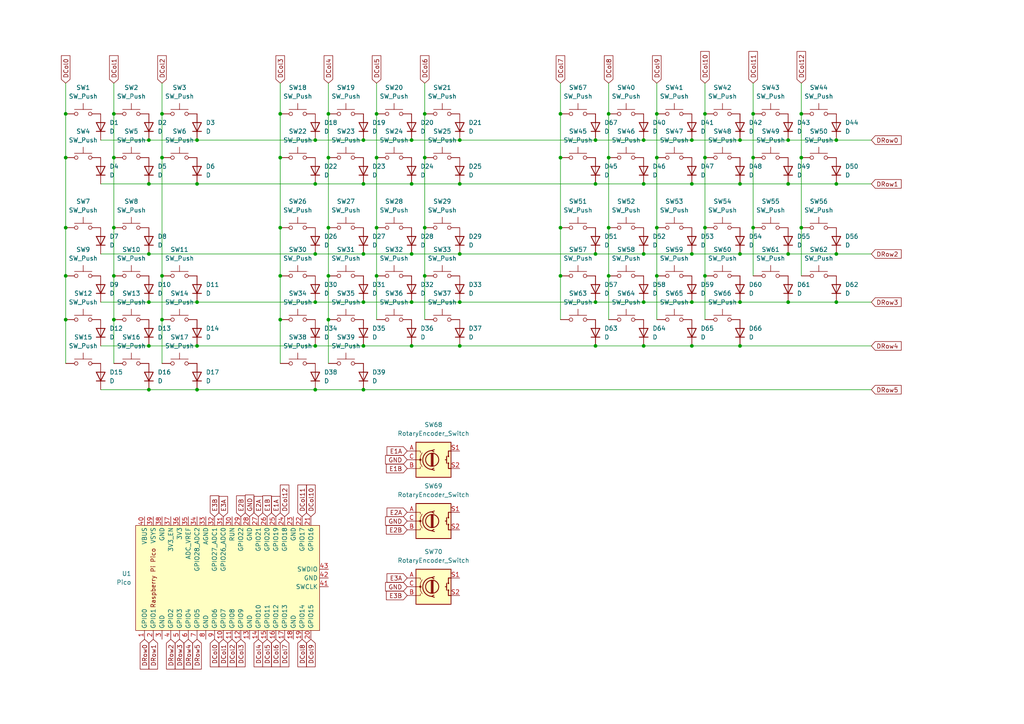
<source format=kicad_sch>
(kicad_sch (version 20241004) (generator "eeschema") (generator_version "8.99")
  (paper "A4")
  (lib_symbols
    (symbol "Device:D" (pin_numbers (hide yes)) (pin_names (offset 1.016) (hide yes))
      (property "Reference" "D" (at 0 2.54 0))
      (property "Value" "D" (at 0 -2.54 0))
      (symbol "D_1_1"
        (pin passive line (at -3.81 0 0) (length 2.54) (name "K") (number "1"))
        (pin passive line (at 3.81 0 180) (length 2.54) (name "A") (number "2"))
      )
    )
    (symbol "Device:RotaryEncoder_Switch" (pin_names (offset 0.254) (hide yes))
      (property "Reference" "SW" (at 0 6.604 0))
      (property "Value" "RotaryEncoder_Switch" (at 0 -6.604 0))
      (symbol "RotaryEncoder_Switch_1_1"
        (pin passive line (at -7.62 2.54 0) (length 2.54) (name "A") (number "A"))
        (pin passive line (at -7.62 0 0) (length 2.54) (name "C") (number "C"))
        (pin passive line (at -7.62 -2.54 0) (length 2.54) (name "B") (number "B"))
        (pin passive line (at 7.62 2.54 180) (length 2.54) (name "S1") (number "S1"))
        (pin passive line (at 7.62 -2.54 180) (length 2.54) (name "S2") (number "S2"))
      )
    )
    (symbol "MCU_RaspberryPi_and_Boards:Pico"
      (property "Reference" "U" (at -13.97 27.94 0))
      (property "Value" "Pico" (at 0 19.05 0))
      (symbol "Pico_0_0"
        (text "Raspberry Pi Pico" (at 0 21.59 0) (effects (font (size 1.27 1.27))))
      )
      (symbol "Pico_1_1"
        (pin bidirectional line (at -17.78 24.13 0) (length 2.54) (name "GPIO0") (number "1"))
        (pin bidirectional line (at -17.78 21.59 0) (length 2.54) (name "GPIO1") (number "2"))
        (pin power_in line (at -17.78 19.05 0) (length 2.54) (name "GND") (number "3"))
        (pin bidirectional line (at -17.78 16.51 0) (length 2.54) (name "GPIO2") (number "4"))
        (pin bidirectional line (at -17.78 13.97 0) (length 2.54) (name "GPIO3") (number "5"))
        (pin bidirectional line (at -17.78 11.43 0) (length 2.54) (name "GPIO4") (number "6"))
        (pin bidirectional line (at -17.78 8.89 0) (length 2.54) (name "GPIO5") (number "7"))
        (pin power_in line (at -17.78 6.35 0) (length 2.54) (name "GND") (number "8"))
        (pin bidirectional line (at -17.78 3.81 0) (length 2.54) (name "GPIO6") (number "9"))
        (pin bidirectional line (at -17.78 1.27 0) (length 2.54) (name "GPIO7") (number "10"))
        (pin bidirectional line (at -17.78 -1.27 0) (length 2.54) (name "GPIO8") (number "11"))
        (pin bidirectional line (at -17.78 -3.81 0) (length 2.54) (name "GPIO9") (number "12"))
        (pin power_in line (at -17.78 -6.35 0) (length 2.54) (name "GND") (number "13"))
        (pin bidirectional line (at -17.78 -8.89 0) (length 2.54) (name "GPIO10") (number "14"))
        (pin bidirectional line (at -17.78 -11.43 0) (length 2.54) (name "GPIO11") (number "15"))
        (pin bidirectional line (at -17.78 -13.97 0) (length 2.54) (name "GPIO12") (number "16"))
        (pin bidirectional line (at -17.78 -16.51 0) (length 2.54) (name "GPIO13") (number "17"))
        (pin power_in line (at -17.78 -19.05 0) (length 2.54) (name "GND") (number "18"))
        (pin bidirectional line (at -17.78 -21.59 0) (length 2.54) (name "GPIO14") (number "19"))
        (pin bidirectional line (at -17.78 -24.13 0) (length 2.54) (name "GPIO15") (number "20"))
        (pin input line (at -2.54 -29.21 90) (length 2.54) (name "SWCLK") (number "41"))
        (pin power_in line (at 0 -29.21 90) (length 2.54) (name "GND") (number "42"))
        (pin bidirectional line (at 2.54 -29.21 90) (length 2.54) (name "SWDIO") (number "43"))
        (pin power_in line (at 17.78 24.13 180) (length 2.54) (name "VBUS") (number "40"))
        (pin power_in line (at 17.78 21.59 180) (length 2.54) (name "VSYS") (number "39"))
        (pin bidirectional line (at 17.78 19.05 180) (length 2.54) (name "GND") (number "38"))
        (pin input line (at 17.78 16.51 180) (length 2.54) (name "3V3_EN") (number "37"))
        (pin power_in line (at 17.78 13.97 180) (length 2.54) (name "3V3") (number "36"))
        (pin power_in line (at 17.78 11.43 180) (length 2.54) (name "ADC_VREF") (number "35"))
        (pin bidirectional line (at 17.78 8.89 180) (length 2.54) (name "GPIO28_ADC2") (number "34"))
        (pin power_in line (at 17.78 6.35 180) (length 2.54) (name "AGND") (number "33"))
        (pin bidirectional line (at 17.78 3.81 180) (length 2.54) (name "GPIO27_ADC1") (number "32"))
        (pin bidirectional line (at 17.78 1.27 180) (length 2.54) (name "GPIO26_ADC0") (number "31"))
        (pin input line (at 17.78 -1.27 180) (length 2.54) (name "RUN") (number "30"))
        (pin bidirectional line (at 17.78 -3.81 180) (length 2.54) (name "GPIO22") (number "29"))
        (pin power_in line (at 17.78 -6.35 180) (length 2.54) (name "GND") (number "28"))
        (pin bidirectional line (at 17.78 -8.89 180) (length 2.54) (name "GPIO21") (number "27"))
        (pin bidirectional line (at 17.78 -11.43 180) (length 2.54) (name "GPIO20") (number "26"))
        (pin bidirectional line (at 17.78 -13.97 180) (length 2.54) (name "GPIO19") (number "25"))
        (pin bidirectional line (at 17.78 -16.51 180) (length 2.54) (name "GPIO18") (number "24"))
        (pin power_in line (at 17.78 -19.05 180) (length 2.54) (name "GND") (number "23"))
        (pin bidirectional line (at 17.78 -21.59 180) (length 2.54) (name "GPIO17") (number "22"))
        (pin bidirectional line (at 17.78 -24.13 180) (length 2.54) (name "GPIO16") (number "21"))
      )
    )
    (symbol "Switch:SW_Push" (pin_numbers (hide yes)) (pin_names (offset 1.016) (hide yes))
      (property "Reference" "SW" (at 1.27 2.54 0))
      (property "Value" "SW_Push" (at 0 -1.524 0))
      (symbol "SW_Push_0_1"
        (pin passive line (at -5.08 0 0) (length 2.54) (name "1") (number "1"))
        (pin passive line (at 5.08 0 180) (length 2.54) (name "2") (number "2"))
      )
    )
  )
  (junction (at 119.38 53.34))
  (junction (at 190.5 33.02))
  (junction (at 43.18 113.03))
  (junction (at 19.05 45.72))
  (junction (at 81.28 66.04))
  (junction (at 186.69 40.64))
  (junction (at 190.5 66.04))
  (junction (at 91.44 73.66))
  (junction (at 46.99 33.02))
  (junction (at 119.38 100.33))
  (junction (at 186.69 87.63))
  (junction (at 172.72 73.66))
  (junction (at 105.41 87.63))
  (junction (at 123.19 45.72))
  (junction (at 91.44 100.33))
  (junction (at 123.19 80.01))
  (junction (at 33.02 80.01))
  (junction (at 214.63 87.63))
  (junction (at 105.41 113.03))
  (junction (at 176.53 45.72))
  (junction (at 109.22 80.01))
  (junction (at 200.66 53.34))
  (junction (at 214.63 100.33))
  (junction (at 33.02 45.72))
  (junction (at 133.35 73.66))
  (junction (at 91.44 113.03))
  (junction (at 133.35 87.63))
  (junction (at 95.25 92.71))
  (junction (at 228.6 40.64))
  (junction (at 109.22 66.04))
  (junction (at 46.99 45.72))
  (junction (at 228.6 87.63))
  (junction (at 218.44 45.72))
  (junction (at 133.35 53.34))
  (junction (at 109.22 33.02))
  (junction (at 186.69 53.34))
  (junction (at 172.72 87.63))
  (junction (at 232.41 33.02))
  (junction (at 105.41 40.64))
  (junction (at 109.22 45.72))
  (junction (at 204.47 45.72))
  (junction (at 19.05 80.01))
  (junction (at 19.05 33.02))
  (junction (at 19.05 92.71))
  (junction (at 172.72 40.64))
  (junction (at 95.25 45.72))
  (junction (at 57.15 87.63))
  (junction (at 218.44 66.04))
  (junction (at 105.41 100.33))
  (junction (at 43.18 87.63))
  (junction (at 172.72 100.33))
  (junction (at 119.38 73.66))
  (junction (at 232.41 66.04))
  (junction (at 119.38 40.64))
  (junction (at 242.57 73.66))
  (junction (at 242.57 40.64))
  (junction (at 43.18 53.34))
  (junction (at 33.02 92.71))
  (junction (at 186.69 100.33))
  (junction (at 204.47 66.04))
  (junction (at 204.47 80.01))
  (junction (at 232.41 45.72))
  (junction (at 176.53 33.02))
  (junction (at 176.53 80.01))
  (junction (at 119.38 87.63))
  (junction (at 19.05 66.04))
  (junction (at 162.56 45.72))
  (junction (at 105.41 53.34))
  (junction (at 133.35 40.64))
  (junction (at 186.69 73.66))
  (junction (at 200.66 73.66))
  (junction (at 172.72 53.34))
  (junction (at 91.44 40.64))
  (junction (at 81.28 92.71))
  (junction (at 91.44 87.63))
  (junction (at 43.18 40.64))
  (junction (at 190.5 45.72))
  (junction (at 95.25 66.04))
  (junction (at 43.18 100.33))
  (junction (at 228.6 73.66))
  (junction (at 200.66 100.33))
  (junction (at 162.56 33.02))
  (junction (at 105.41 73.66))
  (junction (at 33.02 66.04))
  (junction (at 176.53 66.04))
  (junction (at 133.35 100.33))
  (junction (at 204.47 33.02))
  (junction (at 46.99 80.01))
  (junction (at 123.19 66.04))
  (junction (at 95.25 80.01))
  (junction (at 57.15 100.33))
  (junction (at 200.66 87.63))
  (junction (at 162.56 66.04))
  (junction (at 200.66 40.64))
  (junction (at 91.44 53.34))
  (junction (at 81.28 80.01))
  (junction (at 218.44 33.02))
  (junction (at 81.28 45.72))
  (junction (at 95.25 33.02))
  (junction (at 214.63 40.64))
  (junction (at 162.56 80.01))
  (junction (at 57.15 113.03))
  (junction (at 57.15 53.34))
  (junction (at 242.57 53.34))
  (junction (at 190.5 80.01))
  (junction (at 33.02 33.02))
  (junction (at 214.63 73.66))
  (junction (at 242.57 87.63))
  (junction (at 214.63 53.34))
  (junction (at 81.28 33.02))
  (junction (at 43.18 73.66))
  (junction (at 46.99 92.71))
  (junction (at 123.19 33.02))
  (junction (at 57.15 40.64))
  (junction (at 228.6 53.34))
  (wire (pts (xy 119.38 40.64) (xy 133.35 40.64)))
  (wire (pts (xy 19.05 24.13) (xy 19.05 33.02)))
  (wire (pts (xy 186.69 53.34) (xy 200.66 53.34)))
  (wire (pts (xy 109.22 66.04) (xy 109.22 80.01)))
  (wire (pts (xy 172.72 87.63) (xy 186.69 87.63)))
  (wire (pts (xy 204.47 45.72) (xy 204.47 66.04)))
  (wire (pts (xy 33.02 33.02) (xy 33.02 45.72)))
  (wire (pts (xy 242.57 53.34) (xy 252.73 53.34)))
  (wire (pts (xy 19.05 92.71) (xy 19.05 105.41)))
  (wire (pts (xy 105.41 73.66) (xy 119.38 73.66)))
  (wire (pts (xy 29.21 100.33) (xy 43.18 100.33)))
  (wire (pts (xy 172.72 53.34) (xy 186.69 53.34)))
  (wire (pts (xy 43.18 73.66) (xy 91.44 73.66)))
  (wire (pts (xy 172.72 73.66) (xy 186.69 73.66)))
  (wire (pts (xy 29.21 40.64) (xy 43.18 40.64)))
  (wire (pts (xy 43.18 40.64) (xy 57.15 40.64)))
  (wire (pts (xy 204.47 80.01) (xy 204.47 92.71)))
  (wire (pts (xy 162.56 24.13) (xy 162.56 33.02)))
  (wire (pts (xy 46.99 33.02) (xy 46.99 45.72)))
  (wire (pts (xy 218.44 24.13) (xy 218.44 33.02)))
  (wire (pts (xy 186.69 40.64) (xy 200.66 40.64)))
  (wire (pts (xy 46.99 24.13) (xy 46.99 33.02)))
  (wire (pts (xy 232.41 24.13) (xy 232.41 33.02)))
  (wire (pts (xy 176.53 80.01) (xy 176.53 92.71)))
  (wire (pts (xy 204.47 24.13) (xy 204.47 33.02)))
  (wire (pts (xy 172.72 40.64) (xy 186.69 40.64)))
  (wire (pts (xy 119.38 100.33) (xy 133.35 100.33)))
  (wire (pts (xy 190.5 24.13) (xy 190.5 33.02)))
  (wire (pts (xy 228.6 53.34) (xy 242.57 53.34)))
  (wire (pts (xy 57.15 100.33) (xy 91.44 100.33)))
  (wire (pts (xy 232.41 66.04) (xy 232.41 80.01)))
  (wire (pts (xy 43.18 53.34) (xy 57.15 53.34)))
  (wire (pts (xy 57.15 87.63) (xy 91.44 87.63)))
  (wire (pts (xy 29.21 113.03) (xy 43.18 113.03)))
  (wire (pts (xy 123.19 24.13) (xy 123.19 33.02)))
  (wire (pts (xy 43.18 113.03) (xy 57.15 113.03)))
  (wire (pts (xy 123.19 45.72) (xy 123.19 66.04)))
  (wire (pts (xy 81.28 33.02) (xy 81.28 45.72)))
  (wire (pts (xy 176.53 33.02) (xy 176.53 45.72)))
  (wire (pts (xy 91.44 113.03) (xy 105.41 113.03)))
  (wire (pts (xy 19.05 66.04) (xy 19.05 80.01)))
  (wire (pts (xy 133.35 73.66) (xy 172.72 73.66)))
  (wire (pts (xy 123.19 66.04) (xy 123.19 80.01)))
  (wire (pts (xy 91.44 73.66) (xy 105.41 73.66)))
  (wire (pts (xy 162.56 45.72) (xy 162.56 66.04)))
  (wire (pts (xy 81.28 24.13) (xy 81.28 33.02)))
  (wire (pts (xy 186.69 73.66) (xy 200.66 73.66)))
  (wire (pts (xy 43.18 87.63) (xy 57.15 87.63)))
  (wire (pts (xy 19.05 45.72) (xy 19.05 66.04)))
  (wire (pts (xy 133.35 87.63) (xy 172.72 87.63)))
  (wire (pts (xy 162.56 33.02) (xy 162.56 45.72)))
  (wire (pts (xy 218.44 45.72) (xy 218.44 66.04)))
  (wire (pts (xy 105.41 40.64) (xy 119.38 40.64)))
  (wire (pts (xy 200.66 73.66) (xy 214.63 73.66)))
  (wire (pts (xy 186.69 87.63) (xy 200.66 87.63)))
  (wire (pts (xy 176.53 66.04) (xy 176.53 80.01)))
  (wire (pts (xy 190.5 33.02) (xy 190.5 45.72)))
  (wire (pts (xy 81.28 80.01) (xy 81.28 92.71)))
  (wire (pts (xy 81.28 92.71) (xy 81.28 105.41)))
  (wire (pts (xy 109.22 33.02) (xy 109.22 45.72)))
  (wire (pts (xy 242.57 40.64) (xy 252.73 40.64)))
  (wire (pts (xy 176.53 45.72) (xy 176.53 66.04)))
  (wire (pts (xy 33.02 24.13) (xy 33.02 33.02)))
  (wire (pts (xy 33.02 92.71) (xy 33.02 105.41)))
  (wire (pts (xy 95.25 66.04) (xy 95.25 80.01)))
  (wire (pts (xy 214.63 100.33) (xy 252.73 100.33)))
  (wire (pts (xy 200.66 40.64) (xy 214.63 40.64)))
  (wire (pts (xy 81.28 66.04) (xy 81.28 80.01)))
  (wire (pts (xy 91.44 87.63) (xy 105.41 87.63)))
  (wire (pts (xy 95.25 45.72) (xy 95.25 66.04)))
  (wire (pts (xy 228.6 40.64) (xy 242.57 40.64)))
  (wire (pts (xy 119.38 87.63) (xy 133.35 87.63)))
  (wire (pts (xy 133.35 100.33) (xy 172.72 100.33)))
  (wire (pts (xy 91.44 40.64) (xy 105.41 40.64)))
  (wire (pts (xy 190.5 45.72) (xy 190.5 66.04)))
  (wire (pts (xy 200.66 53.34) (xy 214.63 53.34)))
  (wire (pts (xy 204.47 66.04) (xy 204.47 80.01)))
  (wire (pts (xy 95.25 80.01) (xy 95.25 92.71)))
  (wire (pts (xy 176.53 24.13) (xy 176.53 33.02)))
  (wire (pts (xy 105.41 87.63) (xy 119.38 87.63)))
  (wire (pts (xy 57.15 53.34) (xy 91.44 53.34)))
  (wire (pts (xy 19.05 80.01) (xy 19.05 92.71)))
  (wire (pts (xy 57.15 113.03) (xy 91.44 113.03)))
  (wire (pts (xy 123.19 33.02) (xy 123.19 45.72)))
  (wire (pts (xy 119.38 73.66) (xy 133.35 73.66)))
  (wire (pts (xy 133.35 40.64) (xy 172.72 40.64)))
  (wire (pts (xy 162.56 66.04) (xy 162.56 80.01)))
  (wire (pts (xy 29.21 87.63) (xy 43.18 87.63)))
  (wire (pts (xy 57.15 40.64) (xy 91.44 40.64)))
  (wire (pts (xy 214.63 53.34) (xy 228.6 53.34)))
  (wire (pts (xy 200.66 87.63) (xy 214.63 87.63)))
  (wire (pts (xy 242.57 73.66) (xy 252.73 73.66)))
  (wire (pts (xy 29.21 73.66) (xy 43.18 73.66)))
  (wire (pts (xy 95.25 24.13) (xy 95.25 33.02)))
  (wire (pts (xy 91.44 100.33) (xy 105.41 100.33)))
  (wire (pts (xy 109.22 45.72) (xy 109.22 66.04)))
  (wire (pts (xy 190.5 66.04) (xy 190.5 80.01)))
  (wire (pts (xy 228.6 73.66) (xy 242.57 73.66)))
  (wire (pts (xy 200.66 100.33) (xy 214.63 100.33)))
  (wire (pts (xy 46.99 80.01) (xy 46.99 92.71)))
  (wire (pts (xy 190.5 80.01) (xy 190.5 92.71)))
  (wire (pts (xy 133.35 53.34) (xy 172.72 53.34)))
  (wire (pts (xy 172.72 100.33) (xy 186.69 100.33)))
  (wire (pts (xy 105.41 100.33) (xy 119.38 100.33)))
  (wire (pts (xy 214.63 87.63) (xy 228.6 87.63)))
  (wire (pts (xy 186.69 100.33) (xy 200.66 100.33)))
  (wire (pts (xy 46.99 45.72) (xy 46.99 80.01)))
  (wire (pts (xy 29.21 53.34) (xy 43.18 53.34)))
  (wire (pts (xy 95.25 33.02) (xy 95.25 45.72)))
  (wire (pts (xy 33.02 45.72) (xy 33.02 66.04)))
  (wire (pts (xy 46.99 92.71) (xy 46.99 105.41)))
  (wire (pts (xy 232.41 45.72) (xy 232.41 66.04)))
  (wire (pts (xy 204.47 33.02) (xy 204.47 45.72)))
  (wire (pts (xy 214.63 73.66) (xy 228.6 73.66)))
  (wire (pts (xy 162.56 80.01) (xy 162.56 92.71)))
  (wire (pts (xy 218.44 66.04) (xy 218.44 80.01)))
  (wire (pts (xy 242.57 87.63) (xy 252.73 87.63)))
  (wire (pts (xy 232.41 33.02) (xy 232.41 45.72)))
  (wire (pts (xy 81.28 45.72) (xy 81.28 66.04)))
  (wire (pts (xy 123.19 80.01) (xy 123.19 92.71)))
  (wire (pts (xy 218.44 33.02) (xy 218.44 45.72)))
  (wire (pts (xy 105.41 53.34) (xy 119.38 53.34)))
  (wire (pts (xy 95.25 92.71) (xy 95.25 105.41)))
  (wire (pts (xy 109.22 80.01) (xy 109.22 92.71)))
  (wire (pts (xy 119.38 53.34) (xy 133.35 53.34)))
  (wire (pts (xy 33.02 80.01) (xy 33.02 92.71)))
  (wire (pts (xy 109.22 24.13) (xy 109.22 33.02)))
  (wire (pts (xy 19.05 33.02) (xy 19.05 45.72)))
  (wire (pts (xy 33.02 66.04) (xy 33.02 80.01)))
  (wire (pts (xy 43.18 100.33) (xy 57.15 100.33)))
  (wire (pts (xy 105.41 113.03) (xy 252.73 113.03)))
  (wire (pts (xy 91.44 53.34) (xy 105.41 53.34)))
  (wire (pts (xy 214.63 40.64) (xy 228.6 40.64)))
  (wire (pts (xy 228.6 87.63) (xy 242.57 87.63)))
  (global_label "DCol10" (shape input) (at 90.17 149.86 90) (property "Intersheetrefs" "${INTERSHEET_REFS}" (effects (hide yes))))
  (global_label "GND" (shape input) (at 72.39 149.86 90) (property "Intersheetrefs" "${INTERSHEET_REFS}" (effects (hide yes))))
  (global_label "DCol12" (shape input) (at 82.55 149.86 90) (property "Intersheetrefs" "${INTERSHEET_REFS}" (effects (hide yes))))
  (global_label "GND" (shape input) (at 118.11 133.35 180) (property "Intersheetrefs" "${INTERSHEET_REFS}" (effects (hide yes))))
  (global_label "DCol3" (shape input) (at 81.28 24.13 90) (property "Intersheetrefs" "${INTERSHEET_REFS}" (effects (hide yes))))
  (global_label "DCol9" (shape input) (at 190.5 24.13 90) (property "Intersheetrefs" "${INTERSHEET_REFS}" (effects (hide yes))))
  (global_label "E2A" (shape input) (at 118.11 148.59 180) (property "Intersheetrefs" "${INTERSHEET_REFS}" (effects (hide yes))))
  (global_label "DRow1" (shape input) (at 44.45 185.42 270) (property "Intersheetrefs" "${INTERSHEET_REFS}" (effects (hide yes))))
  (global_label "E3A" (shape input) (at 64.77 149.86 90) (property "Intersheetrefs" "${INTERSHEET_REFS}" (effects (hide yes))))
  (global_label "DRow4" (shape input) (at 54.61 185.42 270) (property "Intersheetrefs" "${INTERSHEET_REFS}" (effects (hide yes))))
  (global_label "DCol11" (shape input) (at 218.44 24.13 90) (property "Intersheetrefs" "${INTERSHEET_REFS}" (effects (hide yes))))
  (global_label "DRow3" (shape input) (at 252.73 87.63 0) (property "Intersheetrefs" "${INTERSHEET_REFS}" (effects (hide yes))))
  (global_label "DCol4" (shape input) (at 95.25 24.13 90) (property "Intersheetrefs" "${INTERSHEET_REFS}" (effects (hide yes))))
  (global_label "DCol9" (shape input) (at 90.17 185.42 270) (property "Intersheetrefs" "${INTERSHEET_REFS}" (effects (hide yes))))
  (global_label "DCol11" (shape input) (at 87.63 149.86 90) (property "Intersheetrefs" "${INTERSHEET_REFS}" (effects (hide yes))))
  (global_label "DCol10" (shape input) (at 204.47 24.13 90) (property "Intersheetrefs" "${INTERSHEET_REFS}" (effects (hide yes))))
  (global_label "DRow3" (shape input) (at 52.07 185.42 270) (property "Intersheetrefs" "${INTERSHEET_REFS}" (effects (hide yes))))
  (global_label "DRow2" (shape input) (at 49.53 185.42 270) (property "Intersheetrefs" "${INTERSHEET_REFS}" (effects (hide yes))))
  (global_label "E2B" (shape input) (at 69.85 149.86 90) (property "Intersheetrefs" "${INTERSHEET_REFS}" (effects (hide yes))))
  (global_label "DCol4" (shape input) (at 74.93 185.42 270) (property "Intersheetrefs" "${INTERSHEET_REFS}" (effects (hide yes))))
  (global_label "DRow5" (shape input) (at 252.73 113.03 0) (property "Intersheetrefs" "${INTERSHEET_REFS}" (effects (hide yes))))
  (global_label "DCol6" (shape input) (at 80.01 185.42 270) (property "Intersheetrefs" "${INTERSHEET_REFS}" (effects (hide yes))))
  (global_label "DCol0" (shape input) (at 19.05 24.13 90) (property "Intersheetrefs" "${INTERSHEET_REFS}" (effects (hide yes))))
  (global_label "DCol7" (shape input) (at 82.55 185.42 270) (property "Intersheetrefs" "${INTERSHEET_REFS}" (effects (hide yes))))
  (global_label "DCol5" (shape input) (at 77.47 185.42 270) (property "Intersheetrefs" "${INTERSHEET_REFS}" (effects (hide yes))))
  (global_label "DCol6" (shape input) (at 123.19 24.13 90) (property "Intersheetrefs" "${INTERSHEET_REFS}" (effects (hide yes))))
  (global_label "E3A" (shape input) (at 118.11 167.64 180) (property "Intersheetrefs" "${INTERSHEET_REFS}" (effects (hide yes))))
  (global_label "GND" (shape input) (at 118.11 151.13 180) (property "Intersheetrefs" "${INTERSHEET_REFS}" (effects (hide yes))))
  (global_label "DCol1" (shape input) (at 64.77 185.42 270) (property "Intersheetrefs" "${INTERSHEET_REFS}" (effects (hide yes))))
  (global_label "DCol8" (shape input) (at 176.53 24.13 90) (property "Intersheetrefs" "${INTERSHEET_REFS}" (effects (hide yes))))
  (global_label "DRow5" (shape input) (at 57.15 185.42 270) (property "Intersheetrefs" "${INTERSHEET_REFS}" (effects (hide yes))))
  (global_label "DCol3" (shape input) (at 69.85 185.42 270) (property "Intersheetrefs" "${INTERSHEET_REFS}" (effects (hide yes))))
  (global_label "E2B" (shape input) (at 118.11 153.67 180) (property "Intersheetrefs" "${INTERSHEET_REFS}" (effects (hide yes))))
  (global_label "DRow0" (shape input) (at 41.91 185.42 270) (property "Intersheetrefs" "${INTERSHEET_REFS}" (effects (hide yes))))
  (global_label "DRow4" (shape input) (at 252.73 100.33 0) (property "Intersheetrefs" "${INTERSHEET_REFS}" (effects (hide yes))))
  (global_label "DCol7" (shape input) (at 162.56 24.13 90) (property "Intersheetrefs" "${INTERSHEET_REFS}" (effects (hide yes))))
  (global_label "DCol2" (shape input) (at 46.99 24.13 90) (property "Intersheetrefs" "${INTERSHEET_REFS}" (effects (hide yes))))
  (global_label "DRow2" (shape input) (at 252.73 73.66 0) (property "Intersheetrefs" "${INTERSHEET_REFS}" (effects (hide yes))))
  (global_label "GND" (shape input) (at 118.11 170.18 180) (property "Intersheetrefs" "${INTERSHEET_REFS}" (effects (hide yes))))
  (global_label "DCol2" (shape input) (at 67.31 185.42 270) (property "Intersheetrefs" "${INTERSHEET_REFS}" (effects (hide yes))))
  (global_label "DCol0" (shape input) (at 62.23 185.42 270) (property "Intersheetrefs" "${INTERSHEET_REFS}" (effects (hide yes))))
  (global_label "E3B" (shape input) (at 118.11 172.72 180) (property "Intersheetrefs" "${INTERSHEET_REFS}" (effects (hide yes))))
  (global_label "DCol8" (shape input) (at 87.63 185.42 270) (property "Intersheetrefs" "${INTERSHEET_REFS}" (effects (hide yes))))
  (global_label "E1B" (shape input) (at 118.11 135.89 180) (property "Intersheetrefs" "${INTERSHEET_REFS}" (effects (hide yes))))
  (global_label "E2A" (shape input) (at 74.93 149.86 90) (property "Intersheetrefs" "${INTERSHEET_REFS}" (effects (hide yes))))
  (global_label "DRow0" (shape input) (at 252.73 40.64 0) (property "Intersheetrefs" "${INTERSHEET_REFS}" (effects (hide yes))))
  (global_label "DCol12" (shape input) (at 232.41 24.13 90) (property "Intersheetrefs" "${INTERSHEET_REFS}" (effects (hide yes))))
  (global_label "DRow1" (shape input) (at 252.73 53.34 0) (property "Intersheetrefs" "${INTERSHEET_REFS}" (effects (hide yes))))
  (global_label "E1A" (shape input) (at 80.01 149.86 90) (property "Intersheetrefs" "${INTERSHEET_REFS}" (effects (hide yes))))
  (global_label "E1A" (shape input) (at 118.11 130.81 180) (property "Intersheetrefs" "${INTERSHEET_REFS}" (effects (hide yes))))
  (global_label "E3B" (shape input) (at 62.23 149.86 90) (property "Intersheetrefs" "${INTERSHEET_REFS}" (effects (hide yes))))
  (global_label "DCol5" (shape input) (at 109.22 24.13 90) (property "Intersheetrefs" "${INTERSHEET_REFS}" (effects (hide yes))))
  (global_label "DCol1" (shape input) (at 33.02 24.13 90) (property "Intersheetrefs" "${INTERSHEET_REFS}" (effects (hide yes))))
  (global_label "E1B" (shape input) (at 77.47 149.86 90) (property "Intersheetrefs" "${INTERSHEET_REFS}" (effects (hide yes))))
  (symbol (lib_id "Switch:SW_Push") (at 100.33 105.41 0) (unit 1)
    (property "Reference" "SW39" (at 100.33 97.79 0))
    (property "Value" "SW_Push" (at 100.33 100.33 0))
    (property "Footprint" "Button_Switch_Keyboard:SW_Cherry_MX_2.00u_PCB" (effects (hide yes)))
    (property "Description" "Push button switch, generic, two pins" (effects (hide yes)))
  )
  (symbol (lib_id "Device:D") (at 29.21 109.22 90) (unit 1)
    (property "Reference" "D15" (at 31.75 107.9499 90) (effects (justify right)))
    (property "Value" "D" (at 31.75 110.4899 90) (effects (justify right)))
    (property "Footprint" "Diode_THT:D_DO-35_SOD27_P12.70mm_Horizontal" (effects (hide yes)))
    (property "Description" "Diode" (effects (hide yes)))
    (property "Sim.Device" "D" (effects (hide yes)))
    (property "Sim.Pins" "1=K 2=A" (effects (hide yes)))
  )
  (symbol (lib_id "Device:D") (at 200.66 36.83 90) (unit 1)
    (property "Reference" "D41" (at 203.2 35.5599 90) (effects (justify right)))
    (property "Value" "D" (at 203.2 38.0999 90) (effects (justify right)))
    (property "Footprint" "Diode_THT:D_DO-35_SOD27_P12.70mm_Horizontal" (effects (hide yes)))
    (property "Description" "Diode" (effects (hide yes)))
    (property "Sim.Device" "D" (effects (hide yes)))
    (property "Sim.Pins" "1=K 2=A" (effects (hide yes)))
  )
  (symbol (lib_id "Device:D") (at 172.72 36.83 90) (unit 1)
    (property "Reference" "D67" (at 175.26 35.5599 90) (effects (justify right)))
    (property "Value" "D" (at 175.26 38.0999 90) (effects (justify right)))
    (property "Footprint" "Diode_THT:D_DO-35_SOD27_P12.70mm_Horizontal" (effects (hide yes)))
    (property "Description" "Diode" (effects (hide yes)))
    (property "Sim.Device" "D" (effects (hide yes)))
    (property "Sim.Pins" "1=K 2=A" (effects (hide yes)))
  )
  (symbol (lib_id "Device:D") (at 228.6 69.85 90) (unit 1)
    (property "Reference" "D55" (at 231.14 68.5799 90) (effects (justify right)))
    (property "Value" "D" (at 231.14 71.1199 90) (effects (justify right)))
    (property "Footprint" "Diode_THT:D_DO-35_SOD27_P12.70mm_Horizontal" (effects (hide yes)))
    (property "Description" "Diode" (effects (hide yes)))
    (property "Sim.Device" "D" (effects (hide yes)))
    (property "Sim.Pins" "1=K 2=A" (effects (hide yes)))
  )
  (symbol (lib_id "Switch:SW_Push") (at 38.1 66.04 0) (unit 1)
    (property "Reference" "SW8" (at 38.1 58.42 0))
    (property "Value" "SW_Push" (at 38.1 60.96 0))
    (property "Footprint" "RasPi Pico:SW_Cherry_MX_1.00u_PCB_3D Model" (effects (hide yes)))
    (property "Description" "Push button switch, generic, two pins" (effects (hide yes)))
  )
  (symbol (lib_id "Switch:SW_Push") (at 167.64 92.71 0) (unit 1)
    (property "Reference" "SW63" (at 167.64 85.09 0))
    (property "Value" "SW_Push" (at 167.64 87.63 0))
    (property "Footprint" "RasPi Pico:SW_Cherry_MX_1.00u_PCB_3D Model" (effects (hide yes)))
    (property "Description" "Push button switch, generic, two pins" (effects (hide yes)))
  )
  (symbol (lib_id "Device:D") (at 119.38 36.83 90) (unit 1)
    (property "Reference" "D20" (at 121.92 35.5599 90) (effects (justify right)))
    (property "Value" "D" (at 121.92 38.0999 90) (effects (justify right)))
    (property "Footprint" "Diode_THT:D_DO-35_SOD27_P12.70mm_Horizontal" (effects (hide yes)))
    (property "Description" "Diode" (effects (hide yes)))
    (property "Sim.Device" "D" (effects (hide yes)))
    (property "Sim.Pins" "1=K 2=A" (effects (hide yes)))
  )
  (symbol (lib_id "Device:D") (at 29.21 69.85 90) (unit 1)
    (property "Reference" "D7" (at 31.75 68.5799 90) (effects (justify right)))
    (property "Value" "D" (at 31.75 71.1199 90) (effects (justify right)))
    (property "Footprint" "Diode_THT:D_DO-35_SOD27_P12.70mm_Horizontal" (effects (hide yes)))
    (property "Description" "Diode" (effects (hide yes)))
    (property "Sim.Device" "D" (effects (hide yes)))
    (property "Sim.Pins" "1=K 2=A" (effects (hide yes)))
  )
  (symbol (lib_id "Switch:SW_Push") (at 38.1 45.72 0) (unit 1)
    (property "Reference" "SW5" (at 38.1 38.1 0))
    (property "Value" "SW_Push" (at 38.1 40.64 0))
    (property "Footprint" "RasPi Pico:SW_Cherry_MX_1.00u_PCB_3D Model" (effects (hide yes)))
    (property "Description" "Push button switch, generic, two pins" (effects (hide yes)))
  )
  (symbol (lib_id "Device:D") (at 43.18 36.83 90) (unit 1)
    (property "Reference" "D2" (at 45.72 35.5599 90) (effects (justify right)))
    (property "Value" "D" (at 45.72 38.0999 90) (effects (justify right)))
    (property "Footprint" "Diode_THT:D_DO-35_SOD27_P12.70mm_Horizontal" (effects (hide yes)))
    (property "Description" "Diode" (effects (hide yes)))
    (property "Sim.Device" "D" (effects (hide yes)))
    (property "Sim.Pins" "1=K 2=A" (effects (hide yes)))
  )
  (symbol (lib_id "Device:D") (at 214.63 49.53 90) (unit 1)
    (property "Reference" "D48" (at 217.17 48.2599 90) (effects (justify right)))
    (property "Value" "D" (at 217.17 50.7999 90) (effects (justify right)))
    (property "Footprint" "Diode_THT:D_DO-35_SOD27_P12.70mm_Horizontal" (effects (hide yes)))
    (property "Description" "Diode" (effects (hide yes)))
    (property "Sim.Device" "D" (effects (hide yes)))
    (property "Sim.Pins" "1=K 2=A" (effects (hide yes)))
  )
  (symbol (lib_id "Device:D") (at 119.38 96.52 90) (unit 1)
    (property "Reference" "D36" (at 121.92 95.2499 90) (effects (justify right)))
    (property "Value" "D" (at 121.92 97.7899 90) (effects (justify right)))
    (property "Footprint" "Diode_THT:D_DO-35_SOD27_P12.70mm_Horizontal" (effects (hide yes)))
    (property "Description" "Diode" (effects (hide yes)))
    (property "Sim.Device" "D" (effects (hide yes)))
    (property "Sim.Pins" "1=K 2=A" (effects (hide yes)))
  )
  (symbol (lib_id "Device:D") (at 228.6 36.83 90) (unit 1)
    (property "Reference" "D43" (at 231.14 35.5599 90) (effects (justify right)))
    (property "Value" "D" (at 231.14 38.0999 90) (effects (justify right)))
    (property "Footprint" "Diode_THT:D_DO-35_SOD27_P12.70mm_Horizontal" (effects (hide yes)))
    (property "Description" "Diode" (effects (hide yes)))
    (property "Sim.Device" "D" (effects (hide yes)))
    (property "Sim.Pins" "1=K 2=A" (effects (hide yes)))
  )
  (symbol (lib_id "Switch:SW_Push") (at 209.55 80.01 0) (unit 1)
    (property "Reference" "SW60" (at 209.55 72.39 0))
    (property "Value" "SW_Push" (at 209.55 74.93 0))
    (property "Footprint" "RasPi Pico:SW_Cherry_MX_1.00u_PCB_3D Model" (effects (hide yes)))
    (property "Description" "Push button switch, generic, two pins" (effects (hide yes)))
  )
  (symbol (lib_id "Switch:SW_Push") (at 195.58 45.72 0) (unit 1)
    (property "Reference" "SW47" (at 195.58 38.1 0))
    (property "Value" "SW_Push" (at 195.58 40.64 0))
    (property "Footprint" "RasPi Pico:SW_Cherry_MX_1.00u_PCB_3D Model" (effects (hide yes)))
    (property "Description" "Push button switch, generic, two pins" (effects (hide yes)))
  )
  (symbol (lib_id "Device:D") (at 29.21 83.82 90) (unit 1)
    (property "Reference" "D9" (at 31.75 82.5499 90) (effects (justify right)))
    (property "Value" "D" (at 31.75 85.0899 90) (effects (justify right)))
    (property "Footprint" "Diode_THT:D_DO-35_SOD27_P12.70mm_Horizontal" (effects (hide yes)))
    (property "Description" "Diode" (effects (hide yes)))
    (property "Sim.Device" "D" (effects (hide yes)))
    (property "Sim.Pins" "1=K 2=A" (effects (hide yes)))
  )
  (symbol (lib_id "Switch:SW_Push") (at 195.58 66.04 0) (unit 1)
    (property "Reference" "SW53" (at 195.58 58.42 0))
    (property "Value" "SW_Push" (at 195.58 60.96 0))
    (property "Footprint" "RasPi Pico:SW_Cherry_MX_1.00u_PCB_3D Model" (effects (hide yes)))
    (property "Description" "Push button switch, generic, two pins" (effects (hide yes)))
  )
  (symbol (lib_id "Switch:SW_Push") (at 181.61 33.02 0) (unit 1)
    (property "Reference" "SW40" (at 181.61 25.4 0))
    (property "Value" "SW_Push" (at 181.61 27.94 0))
    (property "Footprint" "RasPi Pico:SW_Cherry_MX_1.00u_PCB_3D Model" (effects (hide yes)))
    (property "Description" "Push button switch, generic, two pins" (effects (hide yes)))
  )
  (symbol (lib_id "Switch:SW_Push") (at 181.61 80.01 0) (unit 1)
    (property "Reference" "SW58" (at 181.61 72.39 0))
    (property "Value" "SW_Push" (at 181.61 74.93 0))
    (property "Footprint" "RasPi Pico:SW_Cherry_MX_1.00u_PCB_3D Model" (effects (hide yes)))
    (property "Description" "Push button switch, generic, two pins" (effects (hide yes)))
  )
  (symbol (lib_id "Switch:SW_Push") (at 24.13 66.04 0) (unit 1)
    (property "Reference" "SW7" (at 24.13 58.42 0))
    (property "Value" "SW_Push" (at 24.13 60.96 0))
    (property "Footprint" "RasPi Pico:SW_Cherry_MX_1.00u_PCB_3D Model" (effects (hide yes)))
    (property "Description" "Push button switch, generic, two pins" (effects (hide yes)))
  )
  (symbol (lib_id "Device:D") (at 200.66 69.85 90) (unit 1)
    (property "Reference" "D53" (at 203.2 68.5799 90) (effects (justify right)))
    (property "Value" "D" (at 203.2 71.1199 90) (effects (justify right)))
    (property "Footprint" "Diode_THT:D_DO-35_SOD27_P12.70mm_Horizontal" (effects (hide yes)))
    (property "Description" "Diode" (effects (hide yes)))
    (property "Sim.Device" "D" (effects (hide yes)))
    (property "Sim.Pins" "1=K 2=A" (effects (hide yes)))
  )
  (symbol (lib_id "Switch:SW_Push") (at 223.52 45.72 0) (unit 1)
    (property "Reference" "SW49" (at 223.52 38.1 0))
    (property "Value" "SW_Push" (at 223.52 40.64 0))
    (property "Footprint" "RasPi Pico:SW_Cherry_MX_1.00u_PCB_3D Model" (effects (hide yes)))
    (property "Description" "Push button switch, generic, two pins" (effects (hide yes)))
  )
  (symbol (lib_id "Device:D") (at 242.57 36.83 90) (unit 1)
    (property "Reference" "D44" (at 245.11 35.5599 90) (effects (justify right)))
    (property "Value" "D" (at 245.11 38.0999 90) (effects (justify right)))
    (property "Footprint" "Diode_THT:D_DO-35_SOD27_P12.70mm_Horizontal" (effects (hide yes)))
    (property "Description" "Diode" (effects (hide yes)))
    (property "Sim.Device" "D" (effects (hide yes)))
    (property "Sim.Pins" "1=K 2=A" (effects (hide yes)))
  )
  (symbol (lib_id "Device:D") (at 172.72 49.53 90) (unit 1)
    (property "Reference" "D45" (at 175.26 48.2599 90) (effects (justify right)))
    (property "Value" "D" (at 175.26 50.7999 90) (effects (justify right)))
    (property "Footprint" "Diode_THT:D_DO-35_SOD27_P12.70mm_Horizontal" (effects (hide yes)))
    (property "Description" "Diode" (effects (hide yes)))
    (property "Sim.Device" "D" (effects (hide yes)))
    (property "Sim.Pins" "1=K 2=A" (effects (hide yes)))
  )
  (symbol (lib_id "Device:D") (at 133.35 96.52 90) (unit 1)
    (property "Reference" "D37" (at 135.89 95.2499 90) (effects (justify right)))
    (property "Value" "D" (at 135.89 97.7899 90) (effects (justify right)))
    (property "Footprint" "Diode_THT:D_DO-35_SOD27_P12.70mm_Horizontal" (effects (hide yes)))
    (property "Description" "Diode" (effects (hide yes)))
    (property "Sim.Device" "D" (effects (hide yes)))
    (property "Sim.Pins" "1=K 2=A" (effects (hide yes)))
  )
  (symbol (lib_id "Switch:SW_Push") (at 237.49 45.72 0) (unit 1)
    (property "Reference" "SW50" (at 237.49 38.1 0))
    (property "Value" "SW_Push" (at 237.49 40.64 0))
    (property "Footprint" "RasPi Pico:SW_Cherry_MX_1.00u_PCB_3D Model" (effects (hide yes)))
    (property "Description" "Push button switch, generic, two pins" (effects (hide yes)))
  )
  (symbol (lib_id "Switch:SW_Push") (at 100.33 80.01 0) (unit 1)
    (property "Reference" "SW31" (at 100.33 72.39 0))
    (property "Value" "SW_Push" (at 100.33 74.93 0))
    (property "Footprint" "RasPi Pico:SW_Cherry_MX_1.00u_PCB_3D Model" (effects (hide yes)))
    (property "Description" "Push button switch, generic, two pins" (effects (hide yes)))
  )
  (symbol (lib_id "Switch:SW_Push") (at 181.61 45.72 0) (unit 1)
    (property "Reference" "SW46" (at 181.61 38.1 0))
    (property "Value" "SW_Push" (at 181.61 40.64 0))
    (property "Footprint" "RasPi Pico:SW_Cherry_MX_1.00u_PCB_3D Model" (effects (hide yes)))
    (property "Description" "Push button switch, generic, two pins" (effects (hide yes)))
  )
  (symbol (lib_id "Switch:SW_Push") (at 209.55 33.02 0) (unit 1)
    (property "Reference" "SW42" (at 209.55 25.4 0))
    (property "Value" "SW_Push" (at 209.55 27.94 0))
    (property "Footprint" "RasPi Pico:SW_Cherry_MX_1.00u_PCB_3D Model" (effects (hide yes)))
    (property "Description" "Push button switch, generic, two pins" (effects (hide yes)))
  )
  (symbol (lib_id "Device:D") (at 186.69 96.52 90) (unit 1)
    (property "Reference" "D64" (at 189.23 95.2499 90) (effects (justify right)))
    (property "Value" "D" (at 189.23 97.7899 90) (effects (justify right)))
    (property "Footprint" "Diode_THT:D_DO-35_SOD27_P12.70mm_Horizontal" (effects (hide yes)))
    (property "Description" "Diode" (effects (hide yes)))
    (property "Sim.Device" "D" (effects (hide yes)))
    (property "Sim.Pins" "1=K 2=A" (effects (hide yes)))
  )
  (symbol (lib_id "Device:D") (at 57.15 36.83 90) (unit 1)
    (property "Reference" "D3" (at 59.69 35.5599 90) (effects (justify right)))
    (property "Value" "D" (at 59.69 38.0999 90) (effects (justify right)))
    (property "Footprint" "Diode_THT:D_DO-35_SOD27_P12.70mm_Horizontal" (effects (hide yes)))
    (property "Description" "Diode" (effects (hide yes)))
    (property "Sim.Device" "D" (effects (hide yes)))
    (property "Sim.Pins" "1=K 2=A" (effects (hide yes)))
  )
  (symbol (lib_id "Device:D") (at 105.41 49.53 90) (unit 1)
    (property "Reference" "D23" (at 107.95 48.2599 90) (effects (justify right)))
    (property "Value" "D" (at 107.95 50.7999 90) (effects (justify right)))
    (property "Footprint" "Diode_THT:D_DO-35_SOD27_P12.70mm_Horizontal" (effects (hide yes)))
    (property "Description" "Diode" (effects (hide yes)))
    (property "Sim.Device" "D" (effects (hide yes)))
    (property "Sim.Pins" "1=K 2=A" (effects (hide yes)))
  )
  (symbol (lib_id "Device:D") (at 133.35 83.82 90) (unit 1)
    (property "Reference" "D33" (at 135.89 82.5499 90) (effects (justify right)))
    (property "Value" "D" (at 135.89 85.0899 90) (effects (justify right)))
    (property "Footprint" "Diode_THT:D_DO-35_SOD27_P12.70mm_Horizontal" (effects (hide yes)))
    (property "Description" "Diode" (effects (hide yes)))
    (property "Sim.Device" "D" (effects (hide yes)))
    (property "Sim.Pins" "1=K 2=A" (effects (hide yes)))
  )
  (symbol (lib_id "Device:D") (at 91.44 109.22 90) (unit 1)
    (property "Reference" "D38" (at 93.98 107.9499 90) (effects (justify right)))
    (property "Value" "D" (at 93.98 110.4899 90) (effects (justify right)))
    (property "Footprint" "Diode_THT:D_DO-35_SOD27_P12.70mm_Horizontal" (effects (hide yes)))
    (property "Description" "Diode" (effects (hide yes)))
    (property "Sim.Device" "D" (effects (hide yes)))
    (property "Sim.Pins" "1=K 2=A" (effects (hide yes)))
  )
  (symbol (lib_id "Switch:SW_Push") (at 24.13 105.41 0) (unit 1)
    (property "Reference" "SW15" (at 24.13 97.79 0))
    (property "Value" "SW_Push" (at 24.13 100.33 0))
    (property "Footprint" "RasPi Pico:SW_Cherry_MX_1.00u_PCB_3D Model" (effects (hide yes)))
    (property "Description" "Push button switch, generic, two pins" (effects (hide yes)))
  )
  (symbol (lib_id "Device:D") (at 43.18 83.82 90) (unit 1)
    (property "Reference" "D10" (at 45.72 82.5499 90) (effects (justify right)))
    (property "Value" "D" (at 45.72 85.0899 90) (effects (justify right)))
    (property "Footprint" "Diode_THT:D_DO-35_SOD27_P12.70mm_Horizontal" (effects (hide yes)))
    (property "Description" "Diode" (effects (hide yes)))
    (property "Sim.Device" "D" (effects (hide yes)))
    (property "Sim.Pins" "1=K 2=A" (effects (hide yes)))
  )
  (symbol (lib_id "Switch:SW_Push") (at 195.58 92.71 0) (unit 1)
    (property "Reference" "SW65" (at 195.58 85.09 0))
    (property "Value" "SW_Push" (at 195.58 87.63 0))
    (property "Footprint" "RasPi Pico:SW_Cherry_MX_1.00u_PCB_3D Model" (effects (hide yes)))
    (property "Description" "Push button switch, generic, two pins" (effects (hide yes)))
  )
  (symbol (lib_id "Device:D") (at 29.21 36.83 90) (unit 1)
    (property "Reference" "D1" (at 31.75 35.5599 90) (effects (justify right)))
    (property "Value" "D" (at 31.75 38.0999 90) (effects (justify right)))
    (property "Footprint" "Diode_THT:D_DO-35_SOD27_P12.70mm_Horizontal" (effects (hide yes)))
    (property "Description" "Diode" (effects (hide yes)))
    (property "Sim.Device" "D" (effects (hide yes)))
    (property "Sim.Pins" "1=K 2=A" (effects (hide yes)))
  )
  (symbol (lib_id "Switch:SW_Push") (at 237.49 66.04 0) (unit 1)
    (property "Reference" "SW56" (at 237.49 58.42 0))
    (property "Value" "SW_Push" (at 237.49 60.96 0))
    (property "Footprint" "RasPi Pico:SW_Cherry_MX_1.00u_PCB_3D Model" (effects (hide yes)))
    (property "Description" "Push button switch, generic, two pins" (effects (hide yes)))
  )
  (symbol (lib_id "Device:D") (at 43.18 96.52 90) (unit 1)
    (property "Reference" "D13" (at 45.72 95.2499 90) (effects (justify right)))
    (property "Value" "D" (at 45.72 97.7899 90) (effects (justify right)))
    (property "Footprint" "Diode_THT:D_DO-35_SOD27_P12.70mm_Horizontal" (effects (hide yes)))
    (property "Description" "Diode" (effects (hide yes)))
    (property "Sim.Device" "D" (effects (hide yes)))
    (property "Sim.Pins" "1=K 2=A" (effects (hide yes)))
  )
  (symbol (lib_id "Switch:SW_Push") (at 52.07 92.71 0) (unit 1)
    (property "Reference" "SW14" (at 52.07 85.09 0))
    (property "Value" "SW_Push" (at 52.07 87.63 0))
    (property "Footprint" "RasPi Pico:SW_Cherry_MX_1.00u_PCB_3D Model" (effects (hide yes)))
    (property "Description" "Push button switch, generic, two pins" (effects (hide yes)))
  )
  (symbol (lib_id "Switch:SW_Push") (at 128.27 92.71 0) (unit 1)
    (property "Reference" "SW37" (at 128.27 85.09 0))
    (property "Value" "SW_Push" (at 128.27 87.63 0))
    (property "Footprint" "RasPi Pico:SW_Cherry_MX_1.00u_PCB_3D Model" (effects (hide yes)))
    (property "Description" "Push button switch, generic, two pins" (effects (hide yes)))
  )
  (symbol (lib_id "Switch:SW_Push") (at 114.3 80.01 0) (unit 1)
    (property "Reference" "SW32" (at 114.3 72.39 0))
    (property "Value" "SW_Push" (at 114.3 74.93 0))
    (property "Footprint" "RasPi Pico:SW_Cherry_MX_1.00u_PCB_3D Model" (effects (hide yes)))
    (property "Description" "Push button switch, generic, two pins" (effects (hide yes)))
  )
  (symbol (lib_id "Device:D") (at 105.41 109.22 90) (unit 1)
    (property "Reference" "D39" (at 107.95 107.9499 90) (effects (justify right)))
    (property "Value" "D" (at 107.95 110.4899 90) (effects (justify right)))
    (property "Footprint" "Diode_THT:D_DO-35_SOD27_P12.70mm_Horizontal" (effects (hide yes)))
    (property "Description" "Diode" (effects (hide yes)))
    (property "Sim.Device" "D" (effects (hide yes)))
    (property "Sim.Pins" "1=K 2=A" (effects (hide yes)))
  )
  (symbol (lib_id "Device:D") (at 57.15 83.82 90) (unit 1)
    (property "Reference" "D11" (at 59.69 82.5499 90) (effects (justify right)))
    (property "Value" "D" (at 59.69 85.0899 90) (effects (justify right)))
    (property "Footprint" "Diode_THT:D_DO-35_SOD27_P12.70mm_Horizontal" (effects (hide yes)))
    (property "Description" "Diode" (effects (hide yes)))
    (property "Sim.Device" "D" (effects (hide yes)))
    (property "Sim.Pins" "1=K 2=A" (effects (hide yes)))
  )
  (symbol (lib_id "Device:D") (at 172.72 96.52 90) (unit 1)
    (property "Reference" "D63" (at 175.26 95.2499 90) (effects (justify right)))
    (property "Value" "D" (at 175.26 97.7899 90) (effects (justify right)))
    (property "Footprint" "Diode_THT:D_DO-35_SOD27_P12.70mm_Horizontal" (effects (hide yes)))
    (property "Description" "Diode" (effects (hide yes)))
    (property "Sim.Device" "D" (effects (hide yes)))
    (property "Sim.Pins" "1=K 2=A" (effects (hide yes)))
  )
  (symbol (lib_id "Switch:SW_Push") (at 128.27 66.04 0) (unit 1)
    (property "Reference" "SW29" (at 128.27 58.42 0))
    (property "Value" "SW_Push" (at 128.27 60.96 0))
    (property "Footprint" "RasPi Pico:SW_Cherry_MX_1.00u_PCB_3D Model" (effects (hide yes)))
    (property "Description" "Push button switch, generic, two pins" (effects (hide yes)))
  )
  (symbol (lib_id "Switch:SW_Push") (at 38.1 105.41 0) (unit 1)
    (property "Reference" "SW16" (at 38.1 97.79 0))
    (property "Value" "SW_Push" (at 38.1 100.33 0))
    (property "Footprint" "RasPi Pico:SW_Cherry_MX_1.00u_PCB_3D Model" (effects (hide yes)))
    (property "Description" "Push button switch, generic, two pins" (effects (hide yes)))
  )
  (symbol (lib_id "Device:D") (at 57.15 109.22 90) (unit 1)
    (property "Reference" "D17" (at 59.69 107.9499 90) (effects (justify right)))
    (property "Value" "D" (at 59.69 110.4899 90) (effects (justify right)))
    (property "Footprint" "Diode_THT:D_DO-35_SOD27_P12.70mm_Horizontal" (effects (hide yes)))
    (property "Description" "Diode" (effects (hide yes)))
    (property "Sim.Device" "D" (effects (hide yes)))
    (property "Sim.Pins" "1=K 2=A" (effects (hide yes)))
  )
  (symbol (lib_id "Switch:SW_Push") (at 128.27 80.01 0) (unit 1)
    (property "Reference" "SW33" (at 128.27 72.39 0))
    (property "Value" "SW_Push" (at 128.27 74.93 0))
    (property "Footprint" "RasPi Pico:SW_Cherry_MX_1.00u_PCB_3D Model" (effects (hide yes)))
    (property "Description" "Push button switch, generic, two pins" (effects (hide yes)))
  )
  (symbol (lib_id "Switch:SW_Push") (at 209.55 45.72 0) (unit 1)
    (property "Reference" "SW48" (at 209.55 38.1 0))
    (property "Value" "SW_Push" (at 209.55 40.64 0))
    (property "Footprint" "RasPi Pico:SW_Cherry_MX_1.00u_PCB_3D Model" (effects (hide yes)))
    (property "Description" "Push button switch, generic, two pins" (effects (hide yes)))
  )
  (symbol (lib_id "Device:D") (at 91.44 49.53 90) (unit 1)
    (property "Reference" "D22" (at 93.98 48.2599 90) (effects (justify right)))
    (property "Value" "D" (at 93.98 50.7999 90) (effects (justify right)))
    (property "Footprint" "Diode_THT:D_DO-35_SOD27_P12.70mm_Horizontal" (effects (hide yes)))
    (property "Description" "Diode" (effects (hide yes)))
    (property "Sim.Device" "D" (effects (hide yes)))
    (property "Sim.Pins" "1=K 2=A" (effects (hide yes)))
  )
  (symbol (lib_id "Switch:SW_Push") (at 100.33 66.04 0) (unit 1)
    (property "Reference" "SW27" (at 100.33 58.42 0))
    (property "Value" "SW_Push" (at 100.33 60.96 0))
    (property "Footprint" "RasPi Pico:SW_Cherry_MX_1.00u_PCB_3D Model" (effects (hide yes)))
    (property "Description" "Push button switch, generic, two pins" (effects (hide yes)))
  )
  (symbol (lib_id "Device:D") (at 228.6 83.82 90) (unit 1)
    (property "Reference" "D61" (at 231.14 82.5499 90) (effects (justify right)))
    (property "Value" "D" (at 231.14 85.0899 90) (effects (justify right)))
    (property "Footprint" "Diode_THT:D_DO-35_SOD27_P12.70mm_Horizontal" (effects (hide yes)))
    (property "Description" "Diode" (effects (hide yes)))
    (property "Sim.Device" "D" (effects (hide yes)))
    (property "Sim.Pins" "1=K 2=A" (effects (hide yes)))
  )
  (symbol (lib_id "Switch:SW_Push") (at 86.36 92.71 0) (unit 1)
    (property "Reference" "SW34" (at 86.36 85.09 0))
    (property "Value" "SW_Push" (at 86.36 87.63 0))
    (property "Footprint" "RasPi Pico:SW_Cherry_MX_1.00u_PCB_3D Model" (effects (hide yes)))
    (property "Description" "Push button switch, generic, two pins" (effects (hide yes)))
  )
  (symbol (lib_id "Device:RotaryEncoder_Switch") (at 125.73 170.18 0) (unit 1)
    (property "Reference" "SW70" (at 125.73 160.02 0))
    (property "Value" "RotaryEncoder_Switch" (at 125.73 162.56 0))
    (property "Footprint" "Rotary_Encoder:RotaryEncoder_Alps_EC12E-Switch_Vertical_H20mm" (effects (hide yes)))
    (property "Description" "Rotary encoder, dual channel, incremental quadrate outputs, with switch" (effects (hide yes)))
  )
  (symbol (lib_id "Switch:SW_Push") (at 209.55 66.04 0) (unit 1)
    (property "Reference" "SW54" (at 209.55 58.42 0))
    (property "Value" "SW_Push" (at 209.55 60.96 0))
    (property "Footprint" "RasPi Pico:SW_Cherry_MX_1.00u_PCB_3D Model" (effects (hide yes)))
    (property "Description" "Push button switch, generic, two pins" (effects (hide yes)))
  )
  (symbol (lib_id "Device:D") (at 242.57 69.85 90) (unit 1)
    (property "Reference" "D56" (at 245.11 68.5799 90) (effects (justify right)))
    (property "Value" "D" (at 245.11 71.1199 90) (effects (justify right)))
    (property "Footprint" "Diode_THT:D_DO-35_SOD27_P12.70mm_Horizontal" (effects (hide yes)))
    (property "Description" "Diode" (effects (hide yes)))
    (property "Sim.Device" "D" (effects (hide yes)))
    (property "Sim.Pins" "1=K 2=A" (effects (hide yes)))
  )
  (symbol (lib_id "Device:D") (at 172.72 83.82 90) (unit 1)
    (property "Reference" "D57" (at 175.26 82.5499 90) (effects (justify right)))
    (property "Value" "D" (at 175.26 85.0899 90) (effects (justify right)))
    (property "Footprint" "Diode_THT:D_DO-35_SOD27_P12.70mm_Horizontal" (effects (hide yes)))
    (property "Description" "Diode" (effects (hide yes)))
    (property "Sim.Device" "D" (effects (hide yes)))
    (property "Sim.Pins" "1=K 2=A" (effects (hide yes)))
  )
  (symbol (lib_id "Switch:SW_Push") (at 86.36 33.02 0) (unit 1)
    (property "Reference" "SW18" (at 86.36 25.4 0))
    (property "Value" "SW_Push" (at 86.36 27.94 0))
    (property "Footprint" "RasPi Pico:SW_Cherry_MX_1.00u_PCB_3D Model" (effects (hide yes)))
    (property "Description" "Push button switch, generic, two pins" (effects (hide yes)))
  )
  (symbol (lib_id "Switch:SW_Push") (at 128.27 33.02 0) (unit 1)
    (property "Reference" "SW21" (at 128.27 25.4 0))
    (property "Value" "SW_Push" (at 128.27 27.94 0))
    (property "Footprint" "RasPi Pico:SW_Cherry_MX_1.00u_PCB_3D Model" (effects (hide yes)))
    (property "Description" "Push button switch, generic, two pins" (effects (hide yes)))
  )
  (symbol (lib_id "Device:D") (at 200.66 96.52 90) (unit 1)
    (property "Reference" "D65" (at 203.2 95.2499 90) (effects (justify right)))
    (property "Value" "D" (at 203.2 97.7899 90) (effects (justify right)))
    (property "Footprint" "Diode_THT:D_DO-35_SOD27_P12.70mm_Horizontal" (effects (hide yes)))
    (property "Description" "Diode" (effects (hide yes)))
    (property "Sim.Device" "D" (effects (hide yes)))
    (property "Sim.Pins" "1=K 2=A" (effects (hide yes)))
  )
  (symbol (lib_id "Switch:SW_Push") (at 100.33 45.72 0) (unit 1)
    (property "Reference" "SW23" (at 100.33 38.1 0))
    (property "Value" "SW_Push" (at 100.33 40.64 0))
    (property "Footprint" "RasPi Pico:SW_Cherry_MX_1.00u_PCB_3D Model" (effects (hide yes)))
    (property "Description" "Push button switch, generic, two pins" (effects (hide yes)))
  )
  (symbol (lib_id "Switch:SW_Push") (at 52.07 105.41 0) (unit 1)
    (property "Reference" "SW17" (at 52.07 97.79 0))
    (property "Value" "SW_Push" (at 52.07 100.33 0))
    (property "Footprint" "RasPi Pico:SW_Cherry_MX_1.00u_PCB_3D Model" (effects (hide yes)))
    (property "Description" "Push button switch, generic, two pins" (effects (hide yes)))
  )
  (symbol (lib_id "Device:D") (at 119.38 69.85 90) (unit 1)
    (property "Reference" "D28" (at 121.92 68.5799 90) (effects (justify right)))
    (property "Value" "D" (at 121.92 71.1199 90) (effects (justify right)))
    (property "Footprint" "Diode_THT:D_DO-35_SOD27_P12.70mm_Horizontal" (effects (hide yes)))
    (property "Description" "Diode" (effects (hide yes)))
    (property "Sim.Device" "D" (effects (hide yes)))
    (property "Sim.Pins" "1=K 2=A" (effects (hide yes)))
  )
  (symbol (lib_id "Switch:SW_Push") (at 209.55 92.71 0) (unit 1)
    (property "Reference" "SW66" (at 209.55 85.09 0))
    (property "Value" "SW_Push" (at 209.55 87.63 0))
    (property "Footprint" "Button_Switch_Keyboard:SW_Cherry_MX_2.00u_PCB" (effects (hide yes)))
    (property "Description" "Push button switch, generic, two pins" (effects (hide yes)))
  )
  (symbol (lib_id "Switch:SW_Push") (at 114.3 45.72 0) (unit 1)
    (property "Reference" "SW24" (at 114.3 38.1 0))
    (property "Value" "SW_Push" (at 114.3 40.64 0))
    (property "Footprint" "RasPi Pico:SW_Cherry_MX_1.00u_PCB_3D Model" (effects (hide yes)))
    (property "Description" "Push button switch, generic, two pins" (effects (hide yes)))
  )
  (symbol (lib_id "Device:D") (at 91.44 83.82 90) (unit 1)
    (property "Reference" "D30" (at 93.98 82.5499 90) (effects (justify right)))
    (property "Value" "D" (at 93.98 85.0899 90) (effects (justify right)))
    (property "Footprint" "Diode_THT:D_DO-35_SOD27_P12.70mm_Horizontal" (effects (hide yes)))
    (property "Description" "Diode" (effects (hide yes)))
    (property "Sim.Device" "D" (effects (hide yes)))
    (property "Sim.Pins" "1=K 2=A" (effects (hide yes)))
  )
  (symbol (lib_id "Switch:SW_Push") (at 52.07 80.01 0) (unit 1)
    (property "Reference" "SW11" (at 52.07 72.39 0))
    (property "Value" "SW_Push" (at 52.07 74.93 0))
    (property "Footprint" "RasPi Pico:SW_Cherry_MX_1.00u_PCB_3D Model" (effects (hide yes)))
    (property "Description" "Push button switch, generic, two pins" (effects (hide yes)))
  )
  (symbol (lib_id "Switch:SW_Push") (at 114.3 66.04 0) (unit 1)
    (property "Reference" "SW28" (at 114.3 58.42 0))
    (property "Value" "SW_Push" (at 114.3 60.96 0))
    (property "Footprint" "RasPi Pico:SW_Cherry_MX_1.00u_PCB_3D Model" (effects (hide yes)))
    (property "Description" "Push button switch, generic, two pins" (effects (hide yes)))
  )
  (symbol (lib_id "Device:D") (at 91.44 36.83 90) (unit 1)
    (property "Reference" "D18" (at 93.98 35.5599 90) (effects (justify right)))
    (property "Value" "D" (at 93.98 38.0999 90) (effects (justify right)))
    (property "Footprint" "Diode_THT:D_DO-35_SOD27_P12.70mm_Horizontal" (effects (hide yes)))
    (property "Description" "Diode" (effects (hide yes)))
    (property "Sim.Device" "D" (effects (hide yes)))
    (property "Sim.Pins" "1=K 2=A" (effects (hide yes)))
  )
  (symbol (lib_id "Switch:SW_Push") (at 100.33 92.71 0) (unit 1)
    (property "Reference" "SW35" (at 100.33 85.09 0))
    (property "Value" "SW_Push" (at 100.33 87.63 0))
    (property "Footprint" "RasPi Pico:SW_Cherry_MX_1.00u_PCB_3D Model" (effects (hide yes)))
    (property "Description" "Push button switch, generic, two pins" (effects (hide yes)))
  )
  (symbol (lib_id "Device:D") (at 91.44 69.85 90) (unit 1)
    (property "Reference" "D26" (at 93.98 68.5799 90) (effects (justify right)))
    (property "Value" "D" (at 93.98 71.1199 90) (effects (justify right)))
    (property "Footprint" "Diode_THT:D_DO-35_SOD27_P12.70mm_Horizontal" (effects (hide yes)))
    (property "Description" "Diode" (effects (hide yes)))
    (property "Sim.Device" "D" (effects (hide yes)))
    (property "Sim.Pins" "1=K 2=A" (effects (hide yes)))
  )
  (symbol (lib_id "Switch:SW_Push") (at 167.64 45.72 0) (unit 1)
    (property "Reference" "SW45" (at 167.64 38.1 0))
    (property "Value" "SW_Push" (at 167.64 40.64 0))
    (property "Footprint" "RasPi Pico:SW_Cherry_MX_1.00u_PCB_3D Model" (effects (hide yes)))
    (property "Description" "Push button switch, generic, two pins" (effects (hide yes)))
  )
  (symbol (lib_id "Device:D") (at 186.69 49.53 90) (unit 1)
    (property "Reference" "D46" (at 189.23 48.2599 90) (effects (justify right)))
    (property "Value" "D" (at 189.23 50.7999 90) (effects (justify right)))
    (property "Footprint" "Diode_THT:D_DO-35_SOD27_P12.70mm_Horizontal" (effects (hide yes)))
    (property "Description" "Diode" (effects (hide yes)))
    (property "Sim.Device" "D" (effects (hide yes)))
    (property "Sim.Pins" "1=K 2=A" (effects (hide yes)))
  )
  (symbol (lib_id "Switch:SW_Push") (at 223.52 80.01 0) (unit 1)
    (property "Reference" "SW61" (at 223.52 72.39 0))
    (property "Value" "SW_Push" (at 223.52 74.93 0))
    (property "Footprint" "RasPi Pico:SW_Cherry_MX_1.00u_PCB_3D Model" (effects (hide yes)))
    (property "Description" "Push button switch, generic, two pins" (effects (hide yes)))
  )
  (symbol (lib_id "Device:D") (at 105.41 36.83 90) (unit 1)
    (property "Reference" "D19" (at 107.95 35.5599 90) (effects (justify right)))
    (property "Value" "D" (at 107.95 38.0999 90) (effects (justify right)))
    (property "Footprint" "Diode_THT:D_DO-35_SOD27_P12.70mm_Horizontal" (effects (hide yes)))
    (property "Description" "Diode" (effects (hide yes)))
    (property "Sim.Device" "D" (effects (hide yes)))
    (property "Sim.Pins" "1=K 2=A" (effects (hide yes)))
  )
  (symbol (lib_id "Switch:SW_Push") (at 181.61 66.04 0) (unit 1)
    (property "Reference" "SW52" (at 181.61 58.42 0))
    (property "Value" "SW_Push" (at 181.61 60.96 0))
    (property "Footprint" "RasPi Pico:SW_Cherry_MX_1.00u_PCB_3D Model" (effects (hide yes)))
    (property "Description" "Push button switch, generic, two pins" (effects (hide yes)))
  )
  (symbol (lib_id "Switch:SW_Push") (at 223.52 66.04 0) (unit 1)
    (property "Reference" "SW55" (at 223.52 58.42 0))
    (property "Value" "SW_Push" (at 223.52 60.96 0))
    (property "Footprint" "RasPi Pico:SW_Cherry_MX_1.00u_PCB_3D Model" (effects (hide yes)))
    (property "Description" "Push button switch, generic, two pins" (effects (hide yes)))
  )
  (symbol (lib_id "Switch:SW_Push") (at 114.3 92.71 0) (unit 1)
    (property "Reference" "SW36" (at 114.3 85.09 0))
    (property "Value" "SW_Push" (at 114.3 87.63 0))
    (property "Footprint" "RasPi Pico:SW_Cherry_MX_1.00u_PCB_3D Model" (effects (hide yes)))
    (property "Description" "Push button switch, generic, two pins" (effects (hide yes)))
  )
  (symbol (lib_id "Device:D") (at 186.69 69.85 90) (unit 1)
    (property "Reference" "D52" (at 189.23 68.5799 90) (effects (justify right)))
    (property "Value" "D" (at 189.23 71.1199 90) (effects (justify right)))
    (property "Footprint" "Diode_THT:D_DO-35_SOD27_P12.70mm_Horizontal" (effects (hide yes)))
    (property "Description" "Diode" (effects (hide yes)))
    (property "Sim.Device" "D" (effects (hide yes)))
    (property "Sim.Pins" "1=K 2=A" (effects (hide yes)))
  )
  (symbol (lib_id "Device:D") (at 242.57 49.53 90) (unit 1)
    (property "Reference" "D50" (at 245.11 48.2599 90) (effects (justify right)))
    (property "Value" "D" (at 245.11 50.7999 90) (effects (justify right)))
    (property "Footprint" "Diode_THT:D_DO-35_SOD27_P12.70mm_Horizontal" (effects (hide yes)))
    (property "Description" "Diode" (effects (hide yes)))
    (property "Sim.Device" "D" (effects (hide yes)))
    (property "Sim.Pins" "1=K 2=A" (effects (hide yes)))
  )
  (symbol (lib_id "Device:D") (at 57.15 96.52 90) (unit 1)
    (property "Reference" "D14" (at 59.69 95.2499 90) (effects (justify right)))
    (property "Value" "D" (at 59.69 97.7899 90) (effects (justify right)))
    (property "Footprint" "Diode_THT:D_DO-35_SOD27_P12.70mm_Horizontal" (effects (hide yes)))
    (property "Description" "Diode" (effects (hide yes)))
    (property "Sim.Device" "D" (effects (hide yes)))
    (property "Sim.Pins" "1=K 2=A" (effects (hide yes)))
  )
  (symbol (lib_id "Device:D") (at 214.63 96.52 90) (unit 1)
    (property "Reference" "D66" (at 217.17 95.2499 90) (effects (justify right)))
    (property "Value" "D" (at 217.17 97.7899 90) (effects (justify right)))
    (property "Footprint" "Diode_THT:D_DO-35_SOD27_P12.70mm_Horizontal" (effects (hide yes)))
    (property "Description" "Diode" (effects (hide yes)))
    (property "Sim.Device" "D" (effects (hide yes)))
    (property "Sim.Pins" "1=K 2=A" (effects (hide yes)))
  )
  (symbol (lib_id "Switch:SW_Push") (at 167.64 33.02 0) (unit 1)
    (property "Reference" "SW67" (at 167.64 25.4 0))
    (property "Value" "SW_Push" (at 167.64 27.94 0))
    (property "Footprint" "RasPi Pico:SW_Cherry_MX_1.00u_PCB_3D Model" (effects (hide yes)))
    (property "Description" "Push button switch, generic, two pins" (effects (hide yes)))
  )
  (symbol (lib_id "Switch:SW_Push") (at 24.13 92.71 0) (unit 1)
    (property "Reference" "SW12" (at 24.13 85.09 0))
    (property "Value" "SW_Push" (at 24.13 87.63 0))
    (property "Footprint" "RasPi Pico:SW_Cherry_MX_1.00u_PCB_3D Model" (effects (hide yes)))
    (property "Description" "Push button switch, generic, two pins" (effects (hide yes)))
  )
  (symbol (lib_id "Device:D") (at 133.35 36.83 90) (unit 1)
    (property "Reference" "D21" (at 135.89 35.5599 90) (effects (justify right)))
    (property "Value" "D" (at 135.89 38.0999 90) (effects (justify right)))
    (property "Footprint" "Diode_THT:D_DO-35_SOD27_P12.70mm_Horizontal" (effects (hide yes)))
    (property "Description" "Diode" (effects (hide yes)))
    (property "Sim.Device" "D" (effects (hide yes)))
    (property "Sim.Pins" "1=K 2=A" (effects (hide yes)))
  )
  (symbol (lib_id "Switch:SW_Push") (at 86.36 80.01 0) (unit 1)
    (property "Reference" "SW30" (at 86.36 72.39 0))
    (property "Value" "SW_Push" (at 86.36 74.93 0))
    (property "Footprint" "RasPi Pico:SW_Cherry_MX_1.00u_PCB_3D Model" (effects (hide yes)))
    (property "Description" "Push button switch, generic, two pins" (effects (hide yes)))
  )
  (symbol (lib_id "Device:D") (at 29.21 96.52 90) (unit 1)
    (property "Reference" "D12" (at 31.75 95.2499 90) (effects (justify right)))
    (property "Value" "D" (at 31.75 97.7899 90) (effects (justify right)))
    (property "Footprint" "Diode_THT:D_DO-35_SOD27_P12.70mm_Horizontal" (effects (hide yes)))
    (property "Description" "Diode" (effects (hide yes)))
    (property "Sim.Device" "D" (effects (hide yes)))
    (property "Sim.Pins" "1=K 2=A" (effects (hide yes)))
  )
  (symbol (lib_id "Switch:SW_Push") (at 195.58 80.01 0) (unit 1)
    (property "Reference" "SW59" (at 195.58 72.39 0))
    (property "Value" "SW_Push" (at 195.58 74.93 0))
    (property "Footprint" "RasPi Pico:SW_Cherry_MX_1.00u_PCB_3D Model" (effects (hide yes)))
    (property "Description" "Push button switch, generic, two pins" (effects (hide yes)))
  )
  (symbol (lib_id "Device:D") (at 172.72 69.85 90) (unit 1)
    (property "Reference" "D51" (at 175.26 68.5799 90) (effects (justify right)))
    (property "Value" "D" (at 175.26 71.1199 90) (effects (justify right)))
    (property "Footprint" "Diode_THT:D_DO-35_SOD27_P12.70mm_Horizontal" (effects (hide yes)))
    (property "Description" "Diode" (effects (hide yes)))
    (property "Sim.Device" "D" (effects (hide yes)))
    (property "Sim.Pins" "1=K 2=A" (effects (hide yes)))
  )
  (symbol (lib_id "Switch:SW_Push") (at 86.36 45.72 0) (unit 1)
    (property "Reference" "SW22" (at 86.36 38.1 0))
    (property "Value" "SW_Push" (at 86.36 40.64 0))
    (property "Footprint" "RasPi Pico:SW_Cherry_MX_1.00u_PCB_3D Model" (effects (hide yes)))
    (property "Description" "Push button switch, generic, two pins" (effects (hide yes)))
  )
  (symbol (lib_id "Device:D") (at 105.41 83.82 90) (unit 1)
    (property "Reference" "D31" (at 107.95 82.5499 90) (effects (justify right)))
    (property "Value" "D" (at 107.95 85.0899 90) (effects (justify right)))
    (property "Footprint" "Diode_THT:D_DO-35_SOD27_P12.70mm_Horizontal" (effects (hide yes)))
    (property "Description" "Diode" (effects (hide yes)))
    (property "Sim.Device" "D" (effects (hide yes)))
    (property "Sim.Pins" "1=K 2=A" (effects (hide yes)))
  )
  (symbol (lib_id "Device:D") (at 200.66 83.82 90) (unit 1)
    (property "Reference" "D59" (at 203.2 82.5499 90) (effects (justify right)))
    (property "Value" "D" (at 203.2 85.0899 90) (effects (justify right)))
    (property "Footprint" "Diode_THT:D_DO-35_SOD27_P12.70mm_Horizontal" (effects (hide yes)))
    (property "Description" "Diode" (effects (hide yes)))
    (property "Sim.Device" "D" (effects (hide yes)))
    (property "Sim.Pins" "1=K 2=A" (effects (hide yes)))
  )
  (symbol (lib_id "Device:D") (at 200.66 49.53 90) (unit 1)
    (property "Reference" "D47" (at 203.2 48.2599 90) (effects (justify right)))
    (property "Value" "D" (at 203.2 50.7999 90) (effects (justify right)))
    (property "Footprint" "Diode_THT:D_DO-35_SOD27_P12.70mm_Horizontal" (effects (hide yes)))
    (property "Description" "Diode" (effects (hide yes)))
    (property "Sim.Device" "D" (effects (hide yes)))
    (property "Sim.Pins" "1=K 2=A" (effects (hide yes)))
  )
  (symbol (lib_id "Device:RotaryEncoder_Switch") (at 125.73 133.35 0) (unit 1)
    (property "Reference" "SW68" (at 125.73 123.19 0))
    (property "Value" "RotaryEncoder_Switch" (at 125.73 125.73 0))
    (property "Footprint" "Rotary_Encoder:RotaryEncoder_Alps_EC12E-Switch_Vertical_H20mm" (effects (hide yes)))
    (property "Description" "Rotary encoder, dual channel, incremental quadrate outputs, with switch" (effects (hide yes)))
  )
  (symbol (lib_id "Device:D") (at 29.21 49.53 90) (unit 1)
    (property "Reference" "D4" (at 31.75 48.2599 90) (effects (justify right)))
    (property "Value" "D" (at 31.75 50.7999 90) (effects (justify right)))
    (property "Footprint" "Diode_THT:D_DO-35_SOD27_P12.70mm_Horizontal" (effects (hide yes)))
    (property "Description" "Diode" (effects (hide yes)))
    (property "Sim.Device" "D" (effects (hide yes)))
    (property "Sim.Pins" "1=K 2=A" (effects (hide yes)))
  )
  (symbol (lib_id "Switch:SW_Push") (at 181.61 92.71 0) (unit 1)
    (property "Reference" "SW64" (at 181.61 85.09 0))
    (property "Value" "SW_Push" (at 181.61 87.63 0))
    (property "Footprint" "RasPi Pico:SW_Cherry_MX_1.00u_PCB_3D Model" (effects (hide yes)))
    (property "Description" "Push button switch, generic, two pins" (effects (hide yes)))
  )
  (symbol (lib_id "Switch:SW_Push") (at 128.27 45.72 0) (unit 1)
    (property "Reference" "SW25" (at 128.27 38.1 0))
    (property "Value" "SW_Push" (at 128.27 40.64 0))
    (property "Footprint" "RasPi Pico:SW_Cherry_MX_1.00u_PCB_3D Model" (effects (hide yes)))
    (property "Description" "Push button switch, generic, two pins" (effects (hide yes)))
  )
  (symbol (lib_id "Device:D") (at 43.18 109.22 90) (unit 1)
    (property "Reference" "D16" (at 45.72 107.9499 90) (effects (justify right)))
    (property "Value" "D" (at 45.72 110.4899 90) (effects (justify right)))
    (property "Footprint" "Diode_THT:D_DO-35_SOD27_P12.70mm_Horizontal" (effects (hide yes)))
    (property "Description" "Diode" (effects (hide yes)))
    (property "Sim.Device" "D" (effects (hide yes)))
    (property "Sim.Pins" "1=K 2=A" (effects (hide yes)))
  )
  (symbol (lib_id "Device:D") (at 214.63 36.83 90) (unit 1)
    (property "Reference" "D42" (at 217.17 35.5599 90) (effects (justify right)))
    (property "Value" "D" (at 217.17 38.0999 90) (effects (justify right)))
    (property "Footprint" "Diode_THT:D_DO-35_SOD27_P12.70mm_Horizontal" (effects (hide yes)))
    (property "Description" "Diode" (effects (hide yes)))
    (property "Sim.Device" "D" (effects (hide yes)))
    (property "Sim.Pins" "1=K 2=A" (effects (hide yes)))
  )
  (symbol (lib_id "Switch:SW_Push") (at 167.64 80.01 0) (unit 1)
    (property "Reference" "SW57" (at 167.64 72.39 0))
    (property "Value" "SW_Push" (at 167.64 74.93 0))
    (property "Footprint" "Button_Switch_Keyboard:SW_Cherry_MX_2.00u_PCB" (effects (hide yes)))
    (property "Description" "Push button switch, generic, two pins" (effects (hide yes)))
  )
  (symbol (lib_id "Device:D") (at 214.63 83.82 90) (unit 1)
    (property "Reference" "D60" (at 217.17 82.5499 90) (effects (justify right)))
    (property "Value" "D" (at 217.17 85.0899 90) (effects (justify right)))
    (property "Footprint" "Diode_THT:D_DO-35_SOD27_P12.70mm_Horizontal" (effects (hide yes)))
    (property "Description" "Diode" (effects (hide yes)))
    (property "Sim.Device" "D" (effects (hide yes)))
    (property "Sim.Pins" "1=K 2=A" (effects (hide yes)))
  )
  (symbol (lib_id "Switch:SW_Push") (at 24.13 33.02 0) (unit 1)
    (property "Reference" "SW1" (at 24.13 25.4 0))
    (property "Value" "SW_Push" (at 24.13 27.94 0))
    (property "Footprint" "RasPi Pico:SW_Cherry_MX_1.00u_PCB_3D Model" (effects (hide yes)))
    (property "Description" "Push button switch, generic, two pins" (effects (hide yes)))
  )
  (symbol (lib_id "Switch:SW_Push") (at 86.36 66.04 0) (unit 1)
    (property "Reference" "SW26" (at 86.36 58.42 0))
    (property "Value" "SW_Push" (at 86.36 60.96 0))
    (property "Footprint" "RasPi Pico:SW_Cherry_MX_1.00u_PCB_3D Model" (effects (hide yes)))
    (property "Description" "Push button switch, generic, two pins" (effects (hide yes)))
  )
  (symbol (lib_id "Device:RotaryEncoder_Switch") (at 125.73 151.13 0) (unit 1)
    (property "Reference" "SW69" (at 125.73 140.97 0))
    (property "Value" "RotaryEncoder_Switch" (at 125.73 143.51 0))
    (property "Footprint" "Rotary_Encoder:RotaryEncoder_Alps_EC12E-Switch_Vertical_H20mm" (effects (hide yes)))
    (property "Description" "Rotary encoder, dual channel, incremental quadrate outputs, with switch" (effects (hide yes)))
  )
  (symbol (lib_id "Device:D") (at 214.63 69.85 90) (unit 1)
    (property "Reference" "D54" (at 217.17 68.5799 90) (effects (justify right)))
    (property "Value" "D" (at 217.17 71.1199 90) (effects (justify right)))
    (property "Footprint" "Diode_THT:D_DO-35_SOD27_P12.70mm_Horizontal" (effects (hide yes)))
    (property "Description" "Diode" (effects (hide yes)))
    (property "Sim.Device" "D" (effects (hide yes)))
    (property "Sim.Pins" "1=K 2=A" (effects (hide yes)))
  )
  (symbol (lib_id "Switch:SW_Push") (at 38.1 80.01 0) (unit 1)
    (property "Reference" "SW10" (at 38.1 72.39 0))
    (property "Value" "SW_Push" (at 38.1 74.93 0))
    (property "Footprint" "RasPi Pico:SW_Cherry_MX_1.00u_PCB_3D Model" (effects (hide yes)))
    (property "Description" "Push button switch, generic, two pins" (effects (hide yes)))
  )
  (symbol (lib_id "Switch:SW_Push") (at 86.36 105.41 0) (unit 1)
    (property "Reference" "SW38" (at 86.36 97.79 0))
    (property "Value" "SW_Push" (at 86.36 100.33 0))
    (property "Footprint" "Button_Switch_Keyboard:SW_Cherry_MX_2.00u_PCB" (effects (hide yes)))
    (property "Description" "Push button switch, generic, two pins" (effects (hide yes)))
  )
  (symbol (lib_id "Device:D") (at 133.35 69.85 90) (unit 1)
    (property "Reference" "D29" (at 135.89 68.5799 90) (effects (justify right)))
    (property "Value" "D" (at 135.89 71.1199 90) (effects (justify right)))
    (property "Footprint" "Diode_THT:D_DO-35_SOD27_P12.70mm_Horizontal" (effects (hide yes)))
    (property "Description" "Diode" (effects (hide yes)))
    (property "Sim.Device" "D" (effects (hide yes)))
    (property "Sim.Pins" "1=K 2=A" (effects (hide yes)))
  )
  (symbol (lib_id "Switch:SW_Push") (at 237.49 33.02 0) (unit 1)
    (property "Reference" "SW44" (at 237.49 25.4 0))
    (property "Value" "SW_Push" (at 237.49 27.94 0))
    (property "Footprint" "RasPi Pico:SW_Cherry_MX_1.00u_PCB_3D Model" (effects (hide yes)))
    (property "Description" "Push button switch, generic, two pins" (effects (hide yes)))
  )
  (symbol (lib_id "Device:D") (at 43.18 49.53 90) (unit 1)
    (property "Reference" "D5" (at 45.72 48.2599 90) (effects (justify right)))
    (property "Value" "D" (at 45.72 50.7999 90) (effects (justify right)))
    (property "Footprint" "Diode_THT:D_DO-35_SOD27_P12.70mm_Horizontal" (effects (hide yes)))
    (property "Description" "Diode" (effects (hide yes)))
    (property "Sim.Device" "D" (effects (hide yes)))
    (property "Sim.Pins" "1=K 2=A" (effects (hide yes)))
  )
  (symbol (lib_id "Device:D") (at 91.44 96.52 90) (unit 1)
    (property "Reference" "D34" (at 93.98 95.2499 90) (effects (justify right)))
    (property "Value" "D" (at 93.98 97.7899 90) (effects (justify right)))
    (property "Footprint" "Diode_THT:D_DO-35_SOD27_P12.70mm_Horizontal" (effects (hide yes)))
    (property "Description" "Diode" (effects (hide yes)))
    (property "Sim.Device" "D" (effects (hide yes)))
    (property "Sim.Pins" "1=K 2=A" (effects (hide yes)))
  )
  (symbol (lib_id "Switch:SW_Push") (at 195.58 33.02 0) (unit 1)
    (property "Reference" "SW41" (at 195.58 25.4 0))
    (property "Value" "SW_Push" (at 195.58 27.94 0))
    (property "Footprint" "RasPi Pico:SW_Cherry_MX_1.00u_PCB_3D Model" (effects (hide yes)))
    (property "Description" "Push button switch, generic, two pins" (effects (hide yes)))
  )
  (symbol (lib_id "Device:D") (at 186.69 36.83 90) (unit 1)
    (property "Reference" "D40" (at 189.23 35.5599 90) (effects (justify right)))
    (property "Value" "D" (at 189.23 38.0999 90) (effects (justify right)))
    (property "Footprint" "Diode_THT:D_DO-35_SOD27_P12.70mm_Horizontal" (effects (hide yes)))
    (property "Description" "Diode" (effects (hide yes)))
    (property "Sim.Device" "D" (effects (hide yes)))
    (property "Sim.Pins" "1=K 2=A" (effects (hide yes)))
  )
  (symbol (lib_id "MCU_RaspberryPi_and_Boards:Pico") (at 66.04 167.64 90) (unit 1)
    (property "Reference" "U1" (at 38.1 166.3699 90) (effects (justify left)))
    (property "Value" "Pico" (at 38.1 168.9099 90) (effects (justify left)))
    (property "Footprint" "RasPi Pico:RPi_Pico_SMD_TH" (effects (hide yes)))
  )
  (symbol (lib_id "Device:D") (at 43.18 69.85 90) (unit 1)
    (property "Reference" "D8" (at 45.72 68.5799 90) (effects (justify right)))
    (property "Value" "D" (at 45.72 71.1199 90) (effects (justify right)))
    (property "Footprint" "Diode_THT:D_DO-35_SOD27_P12.70mm_Horizontal" (effects (hide yes)))
    (property "Description" "Diode" (effects (hide yes)))
    (property "Sim.Device" "D" (effects (hide yes)))
    (property "Sim.Pins" "1=K 2=A" (effects (hide yes)))
  )
  (symbol (lib_id "Device:D") (at 119.38 83.82 90) (unit 1)
    (property "Reference" "D32" (at 121.92 82.5499 90) (effects (justify right)))
    (property "Value" "D" (at 121.92 85.0899 90) (effects (justify right)))
    (property "Footprint" "Diode_THT:D_DO-35_SOD27_P12.70mm_Horizontal" (effects (hide yes)))
    (property "Description" "Diode" (effects (hide yes)))
    (property "Sim.Device" "D" (effects (hide yes)))
    (property "Sim.Pins" "1=K 2=A" (effects (hide yes)))
  )
  (symbol (lib_id "Device:D") (at 186.69 83.82 90) (unit 1)
    (property "Reference" "D58" (at 189.23 82.5499 90) (effects (justify right)))
    (property "Value" "D" (at 189.23 85.0899 90) (effects (justify right)))
    (property "Footprint" "Diode_THT:D_DO-35_SOD27_P12.70mm_Horizontal" (effects (hide yes)))
    (property "Description" "Diode" (effects (hide yes)))
    (property "Sim.Device" "D" (effects (hide yes)))
    (property "Sim.Pins" "1=K 2=A" (effects (hide yes)))
  )
  (symbol (lib_id "Device:D") (at 119.38 49.53 90) (unit 1)
    (property "Reference" "D24" (at 121.92 48.2599 90) (effects (justify right)))
    (property "Value" "D" (at 121.92 50.7999 90) (effects (justify right)))
    (property "Footprint" "Diode_THT:D_DO-35_SOD27_P12.70mm_Horizontal" (effects (hide yes)))
    (property "Description" "Diode" (effects (hide yes)))
    (property "Sim.Device" "D" (effects (hide yes)))
    (property "Sim.Pins" "1=K 2=A" (effects (hide yes)))
  )
  (symbol (lib_id "Device:D") (at 228.6 49.53 90) (unit 1)
    (property "Reference" "D49" (at 231.14 48.2599 90) (effects (justify right)))
    (property "Value" "D" (at 231.14 50.7999 90) (effects (justify right)))
    (property "Footprint" "Diode_THT:D_DO-35_SOD27_P12.70mm_Horizontal" (effects (hide yes)))
    (property "Description" "Diode" (effects (hide yes)))
    (property "Sim.Device" "D" (effects (hide yes)))
    (property "Sim.Pins" "1=K 2=A" (effects (hide yes)))
  )
  (symbol (lib_id "Switch:SW_Push") (at 24.13 45.72 0) (unit 1)
    (property "Reference" "SW4" (at 24.13 38.1 0))
    (property "Value" "SW_Push" (at 24.13 40.64 0))
    (property "Footprint" "RasPi Pico:SW_Cherry_MX_1.00u_PCB_3D Model" (effects (hide yes)))
    (property "Description" "Push button switch, generic, two pins" (effects (hide yes)))
  )
  (symbol (lib_id "Switch:SW_Push") (at 52.07 45.72 0) (unit 1)
    (property "Reference" "SW6" (at 52.07 38.1 0))
    (property "Value" "SW_Push" (at 52.07 40.64 0))
    (property "Footprint" "RasPi Pico:SW_Cherry_MX_1.00u_PCB_3D Model" (effects (hide yes)))
    (property "Description" "Push button switch, generic, two pins" (effects (hide yes)))
  )
  (symbol (lib_id "Device:D") (at 57.15 49.53 90) (unit 1)
    (property "Reference" "D6" (at 59.69 48.2599 90) (effects (justify right)))
    (property "Value" "D" (at 59.69 50.7999 90) (effects (justify right)))
    (property "Footprint" "Diode_THT:D_DO-35_SOD27_P12.70mm_Horizontal" (effects (hide yes)))
    (property "Description" "Diode" (effects (hide yes)))
    (property "Sim.Device" "D" (effects (hide yes)))
    (property "Sim.Pins" "1=K 2=A" (effects (hide yes)))
  )
  (symbol (lib_id "Device:D") (at 105.41 69.85 90) (unit 1)
    (property "Reference" "D27" (at 107.95 68.5799 90) (effects (justify right)))
    (property "Value" "D" (at 107.95 71.1199 90) (effects (justify right)))
    (property "Footprint" "Diode_THT:D_DO-35_SOD27_P12.70mm_Horizontal" (effects (hide yes)))
    (property "Description" "Diode" (effects (hide yes)))
    (property "Sim.Device" "D" (effects (hide yes)))
    (property "Sim.Pins" "1=K 2=A" (effects (hide yes)))
  )
  (symbol (lib_id "Switch:SW_Push") (at 223.52 33.02 0) (unit 1)
    (property "Reference" "SW43" (at 223.52 25.4 0))
    (property "Value" "SW_Push" (at 223.52 27.94 0))
    (property "Footprint" "RasPi Pico:SW_Cherry_MX_1.00u_PCB_3D Model" (effects (hide yes)))
    (property "Description" "Push button switch, generic, two pins" (effects (hide yes)))
  )
  (symbol (lib_id "Switch:SW_Push") (at 24.13 80.01 0) (unit 1)
    (property "Reference" "SW9" (at 24.13 72.39 0))
    (property "Value" "SW_Push" (at 24.13 74.93 0))
    (property "Footprint" "RasPi Pico:SW_Cherry_MX_1.00u_PCB_3D Model" (effects (hide yes)))
    (property "Description" "Push button switch, generic, two pins" (effects (hide yes)))
  )
  (symbol (lib_id "Device:D") (at 105.41 96.52 90) (unit 1)
    (property "Reference" "D35" (at 107.95 95.2499 90) (effects (justify right)))
    (property "Value" "D" (at 107.95 97.7899 90) (effects (justify right)))
    (property "Footprint" "Diode_THT:D_DO-35_SOD27_P12.70mm_Horizontal" (effects (hide yes)))
    (property "Description" "Diode" (effects (hide yes)))
    (property "Sim.Device" "D" (effects (hide yes)))
    (property "Sim.Pins" "1=K 2=A" (effects (hide yes)))
  )
  (symbol (lib_id "Device:D") (at 242.57 83.82 90) (unit 1)
    (property "Reference" "D62" (at 245.11 82.5499 90) (effects (justify right)))
    (property "Value" "D" (at 245.11 85.0899 90) (effects (justify right)))
    (property "Footprint" "Diode_THT:D_DO-35_SOD27_P12.70mm_Horizontal" (effects (hide yes)))
    (property "Description" "Diode" (effects (hide yes)))
    (property "Sim.Device" "D" (effects (hide yes)))
    (property "Sim.Pins" "1=K 2=A" (effects (hide yes)))
  )
  (symbol (lib_id "Switch:SW_Push") (at 237.49 80.01 0) (unit 1)
    (property "Reference" "SW62" (at 237.49 72.39 0))
    (property "Value" "SW_Push" (at 237.49 74.93 0))
    (property "Footprint" "RasPi Pico:SW_Cherry_MX_1.00u_PCB_3D Model" (effects (hide yes)))
    (property "Description" "Push button switch, generic, two pins" (effects (hide yes)))
  )
  (symbol (lib_id "Switch:SW_Push") (at 167.64 66.04 0) (unit 1)
    (property "Reference" "SW51" (at 167.64 58.42 0))
    (property "Value" "SW_Push" (at 167.64 60.96 0))
    (property "Footprint" "RasPi Pico:SW_Cherry_MX_1.00u_PCB_3D Model" (effects (hide yes)))
    (property "Description" "Push button switch, generic, two pins" (effects (hide yes)))
  )
  (symbol (lib_id "Switch:SW_Push") (at 100.33 33.02 0) (unit 1)
    (property "Reference" "SW19" (at 100.33 25.4 0))
    (property "Value" "SW_Push" (at 100.33 27.94 0))
    (property "Footprint" "RasPi Pico:SW_Cherry_MX_1.00u_PCB_3D Model" (effects (hide yes)))
    (property "Description" "Push button switch, generic, two pins" (effects (hide yes)))
  )
  (symbol (lib_id "Switch:SW_Push") (at 38.1 92.71 0) (unit 1)
    (property "Reference" "SW13" (at 38.1 85.09 0))
    (property "Value" "SW_Push" (at 38.1 87.63 0))
    (property "Footprint" "RasPi Pico:SW_Cherry_MX_1.00u_PCB_3D Model" (effects (hide yes)))
    (property "Description" "Push button switch, generic, two pins" (effects (hide yes)))
  )
  (symbol (lib_id "Switch:SW_Push") (at 114.3 33.02 0) (unit 1)
    (property "Reference" "SW20" (at 114.3 25.4 0))
    (property "Value" "SW_Push" (at 114.3 27.94 0))
    (property "Footprint" "RasPi Pico:SW_Cherry_MX_1.00u_PCB_3D Model" (effects (hide yes)))
    (property "Description" "Push button switch, generic, two pins" (effects (hide yes)))
  )
  (symbol (lib_id "Switch:SW_Push") (at 38.1 33.02 0) (unit 1)
    (property "Reference" "SW2" (at 38.1 25.4 0))
    (property "Value" "SW_Push" (at 38.1 27.94 0))
    (property "Footprint" "RasPi Pico:SW_Cherry_MX_1.00u_PCB_3D Model" (effects (hide yes)))
    (property "Description" "Push button switch, generic, two pins" (effects (hide yes)))
  )
  (symbol (lib_id "Switch:SW_Push") (at 52.07 33.02 0) (unit 1)
    (property "Reference" "SW3" (at 52.07 25.4 0))
    (property "Value" "SW_Push" (at 52.07 27.94 0))
    (property "Footprint" "RasPi Pico:SW_Cherry_MX_1.00u_PCB_3D Model" (effects (hide yes)))
    (property "Description" "Push button switch, generic, two pins" (effects (hide yes)))
  )
  (symbol (lib_id "Device:D") (at 133.35 49.53 90) (unit 1)
    (property "Reference" "D25" (at 135.89 48.2599 90) (effects (justify right)))
    (property "Value" "D" (at 135.89 50.7999 90) (effects (justify right)))
    (property "Footprint" "Diode_THT:D_DO-35_SOD27_P12.70mm_Horizontal" (effects (hide yes)))
    (property "Description" "Diode" (effects (hide yes)))
    (property "Sim.Device" "D" (effects (hide yes)))
    (property "Sim.Pins" "1=K 2=A" (effects (hide yes)))
  )
)
</source>
